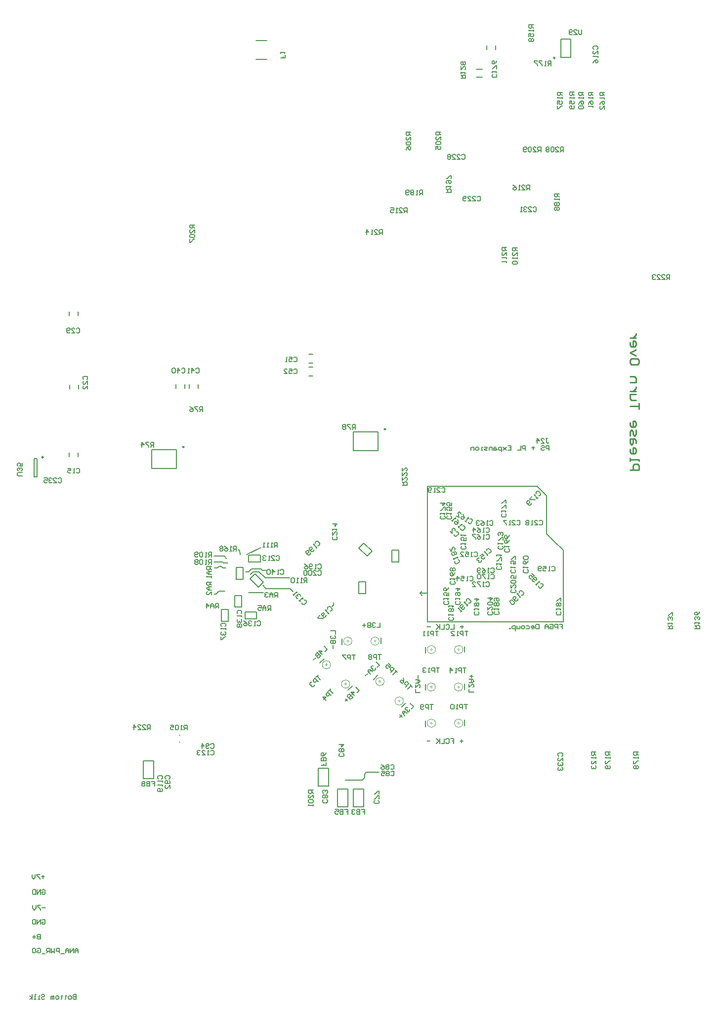
<source format=gbo>
G04 Layer_Color=13813960*
%FSLAX25Y25*%
%MOIN*%
G70*
G01*
G75*
%ADD138C,0.01000*%
%ADD142C,0.00600*%
%ADD144C,0.00800*%
%ADD244C,0.00984*%
%ADD245C,0.00400*%
%ADD249C,0.00591*%
%ADD250C,0.00787*%
D138*
X470905Y431496D02*
X476904D01*
Y434495D01*
X475904Y435495D01*
X473905D01*
X472905Y434495D01*
Y431496D01*
X470905Y437494D02*
Y439494D01*
Y438494D01*
X476904D01*
Y437494D01*
X470905Y445492D02*
Y443492D01*
X471905Y442492D01*
X473905D01*
X474904Y443492D01*
Y445492D01*
X473905Y446491D01*
X472905D01*
Y442492D01*
X474904Y449490D02*
Y451490D01*
X473905Y452489D01*
X470905D01*
Y449490D01*
X471905Y448491D01*
X472905Y449490D01*
Y452489D01*
X470905Y454489D02*
Y457488D01*
X471905Y458487D01*
X472905Y457488D01*
Y455488D01*
X473905Y454489D01*
X474904Y455488D01*
Y458487D01*
X470905Y463486D02*
Y461486D01*
X471905Y460487D01*
X473905D01*
X474904Y461486D01*
Y463486D01*
X473905Y464485D01*
X472905D01*
Y460487D01*
X476904Y472483D02*
Y476481D01*
Y474482D01*
X470905D01*
X474904Y478481D02*
X471905D01*
X470905Y479481D01*
Y482480D01*
X474904D01*
Y484479D02*
X470905D01*
X472905D01*
X473905Y485479D01*
X474904Y486478D01*
Y487478D01*
X470905Y490477D02*
X474904D01*
Y493476D01*
X473905Y494476D01*
X470905D01*
X476904Y505472D02*
Y503473D01*
X475904Y502473D01*
X471905D01*
X470905Y503473D01*
Y505472D01*
X471905Y506472D01*
X475904D01*
X476904Y505472D01*
X474904Y508471D02*
X470905Y510470D01*
X474904Y512470D01*
X470905Y517468D02*
Y515469D01*
X471905Y514469D01*
X473905D01*
X474904Y515469D01*
Y517468D01*
X473905Y518468D01*
X472905D01*
Y514469D01*
X474904Y520467D02*
X470905D01*
X472905D01*
X473905Y521467D01*
X474904Y522467D01*
Y523466D01*
D142*
X279046Y222505D02*
X290146D01*
X291846Y224205D01*
Y226606D01*
X292946Y227706D01*
X301646D01*
X241746Y351505D02*
X243746Y349505D01*
X225446Y351505D02*
X241746D01*
X223246Y353706D02*
X225446Y351505D01*
X222846Y363906D02*
X225146D01*
X221946Y364806D02*
X222846Y363906D01*
X214946Y361105D02*
X216746Y362906D01*
X220746D01*
X224946Y358705D01*
X241246D01*
X329246Y348306D02*
X330746Y346806D01*
X329246Y348306D02*
X330746Y349805D01*
X329246Y348306D02*
X334246D01*
X414746Y388506D02*
X419446Y383805D01*
X414746Y388506D02*
Y414206D01*
X425946Y329006D02*
Y332805D01*
Y377306D01*
X419446Y383805D02*
X425946Y377306D01*
X408446Y420506D02*
X414746Y414206D01*
X334246Y420506D02*
X408446D01*
X334246Y329006D02*
X425946D01*
X334246D02*
Y420506D01*
X190146Y373406D02*
X197146D01*
X198646Y371905D01*
X190146Y369406D02*
X196146D01*
X196646Y368905D02*
X199646D01*
X196146Y369406D02*
X196646Y368905D01*
X193521Y366406D02*
X195271D01*
X192521Y365406D02*
X193521Y366406D01*
X190646Y365406D02*
X192521D01*
X195271Y366406D02*
X196271Y365406D01*
X198146D01*
X190146Y347905D02*
X191646D01*
X193646Y349905D01*
X197646D01*
X212446Y374505D02*
X222046Y379105D01*
X213646Y348905D02*
X223646D01*
X215546Y364806D02*
X218746D01*
X213646Y362906D02*
X215546Y364806D01*
X218746D02*
X221946D01*
X211646Y362906D02*
X213646D01*
X207759Y377275D02*
X208046Y374505D01*
X206729Y377770D02*
X207759Y377275D01*
X270046Y339605D02*
X271046Y340605D01*
Y342206D01*
X302373Y328504D02*
Y325306D01*
X300241D01*
X299174Y327971D02*
X298641Y328504D01*
X297575D01*
X297042Y327971D01*
Y327438D01*
X297575Y326905D01*
X298108D01*
X297575D01*
X297042Y326372D01*
Y325839D01*
X297575Y325306D01*
X298641D01*
X299174Y325839D01*
X295975Y328504D02*
Y325306D01*
X294376D01*
X293843Y325839D01*
Y326372D01*
X294376Y326905D01*
X295975D01*
X294376D01*
X293843Y327438D01*
Y327971D01*
X294376Y328504D01*
X295975D01*
X292776Y326905D02*
X290644D01*
X291710Y327971D02*
Y325839D01*
X269047Y323006D02*
X272246D01*
Y320873D01*
X269580Y319807D02*
X269047Y319273D01*
Y318207D01*
X269580Y317674D01*
X270113D01*
X270646Y318207D01*
Y318740D01*
Y318207D01*
X271179Y317674D01*
X271712D01*
X272246Y318207D01*
Y319273D01*
X271712Y319807D01*
X269047Y316608D02*
X272246D01*
Y315008D01*
X271712Y314475D01*
X271179D01*
X270646Y315008D01*
Y316608D01*
Y315008D01*
X270113Y314475D01*
X269580D01*
X269047Y315008D01*
Y316608D01*
X270646Y313409D02*
Y311276D01*
X264484Y312867D02*
X266746Y310606D01*
X265238Y309098D01*
X263353Y307212D02*
X261091Y309474D01*
X263353Y309474D01*
X261845Y307966D01*
X259960Y308344D02*
X262222Y306082D01*
X261091Y304950D01*
X260337D01*
X259960Y305328D01*
Y306082D01*
X261091Y307212D01*
X259960Y306082D01*
X259206D01*
X258829Y306458D01*
Y307212D01*
X259960Y308344D01*
X258829Y304950D02*
X257321Y303443D01*
X286084Y285073D02*
X288346Y282811D01*
X286838Y281303D01*
X284953Y279418D02*
X282691Y281680D01*
X284953Y281680D01*
X283445Y280172D01*
X281560Y280549D02*
X283822Y278287D01*
X282691Y277156D01*
X281937D01*
X281560Y277533D01*
Y278287D01*
X282691Y279418D01*
X281560Y278287D01*
X280806D01*
X280429Y278664D01*
Y279418D01*
X281560Y280549D01*
X280429Y277156D02*
X278921Y275648D01*
Y277156D02*
X280429Y275648D01*
X299584Y302168D02*
X301846Y299905D01*
X300338Y298397D01*
X297699Y299529D02*
X296945Y299529D01*
X296191Y298775D01*
X296191Y298021D01*
X296568Y297643D01*
X297322D01*
X297699Y298021D01*
X297322Y297643D01*
Y296889D01*
X297699Y296513D01*
X298453D01*
X299207Y297267D01*
Y298021D01*
X297322Y295381D02*
X295814Y296889D01*
X294306D01*
Y295381D01*
X295814Y293874D01*
X294683Y295005D01*
X296191Y296513D01*
X293929Y294250D02*
X292421Y292742D01*
X322780Y274237D02*
X325042Y271975D01*
X323534Y270467D01*
X320895Y271599D02*
X320141Y271599D01*
X319387Y270845D01*
X319387Y270091D01*
X319764Y269713D01*
X320518D01*
X320895Y270091D01*
X320518Y269713D01*
Y268959D01*
X320895Y268583D01*
X321649D01*
X322403Y269337D01*
Y270091D01*
X320518Y267452D02*
X319010Y268959D01*
X317502D01*
Y267452D01*
X319010Y265944D01*
X317879Y267074D01*
X319387Y268583D01*
X317125Y266320D02*
X315617Y264812D01*
Y266320D02*
X317125Y264812D01*
X329445Y281505D02*
X326246D01*
Y283638D01*
Y286837D02*
Y284704D01*
X328378Y286837D01*
X328911D01*
X329445Y286304D01*
Y285238D01*
X328911Y284704D01*
X326246Y287903D02*
X328378D01*
X329445Y288970D01*
X328378Y290036D01*
X326246D01*
X327845D01*
Y287903D01*
Y291102D02*
Y293235D01*
X365645Y281805D02*
X362446D01*
Y283938D01*
Y287137D02*
Y285004D01*
X364578Y287137D01*
X365111D01*
X365645Y286604D01*
Y285538D01*
X365111Y285004D01*
X362446Y288204D02*
X364578D01*
X365645Y289270D01*
X364578Y290336D01*
X362446D01*
X364045D01*
Y288204D01*
Y291402D02*
Y293535D01*
X365111Y292469D02*
X362979D01*
X358546Y325805D02*
X356413D01*
X357479Y326871D02*
Y324739D01*
X352148Y327404D02*
Y324205D01*
X350015D01*
X346816Y326871D02*
X347349Y327404D01*
X348416D01*
X348949Y326871D01*
Y324739D01*
X348416Y324205D01*
X347349D01*
X346816Y324739D01*
X345750Y327404D02*
Y324205D01*
X343617D01*
X342551Y327404D02*
Y324205D01*
Y325272D01*
X340418Y327404D01*
X342018Y325805D01*
X340418Y324205D01*
X336153Y325805D02*
X334020D01*
X358446Y248848D02*
X356313D01*
X357379Y249915D02*
Y247782D01*
X349915Y250448D02*
X352048D01*
Y248848D01*
X350981D01*
X352048D01*
Y247249D01*
X346716Y249915D02*
X347249Y250448D01*
X348316D01*
X348849Y249915D01*
Y247782D01*
X348316Y247249D01*
X347249D01*
X346716Y247782D01*
X345650Y250448D02*
Y247249D01*
X343517D01*
X342451Y250448D02*
Y247249D01*
Y248315D01*
X340318Y250448D01*
X341918Y248848D01*
X340318Y247249D01*
X336053Y248848D02*
X333920D01*
X76546Y136505D02*
X74413D01*
X73347Y138104D02*
X71214D01*
Y137571D01*
X73347Y135439D01*
Y134906D01*
X70148Y138104D02*
Y135972D01*
X69081Y134906D01*
X68015Y135972D01*
Y138104D01*
X76046Y157305D02*
X73913D01*
X74979Y158371D02*
Y156239D01*
X72847Y158905D02*
X70714D01*
Y158371D01*
X72847Y156239D01*
Y155705D01*
X69648Y158905D02*
Y156772D01*
X68581Y155705D01*
X67515Y156772D01*
Y158905D01*
X74213Y148271D02*
X74746Y148804D01*
X75813D01*
X76346Y148271D01*
Y146139D01*
X75813Y145606D01*
X74746D01*
X74213Y146139D01*
Y147205D01*
X75279D01*
X73147Y145606D02*
Y148804D01*
X71014Y145606D01*
Y148804D01*
X69948D02*
Y145606D01*
X68348D01*
X67815Y146139D01*
Y148271D01*
X68348Y148804D01*
X69948D01*
X74213Y127971D02*
X74746Y128505D01*
X75813D01*
X76346Y127971D01*
Y125839D01*
X75813Y125305D01*
X74746D01*
X74213Y125839D01*
Y126905D01*
X75279D01*
X73147Y125305D02*
Y128505D01*
X71014Y125305D01*
Y128505D01*
X69948D02*
Y125305D01*
X68348D01*
X67815Y125839D01*
Y127971D01*
X68348Y128505D01*
X69948D01*
X73146Y118505D02*
Y115305D01*
X71546D01*
X71013Y115839D01*
Y116372D01*
X71546Y116905D01*
X73146D01*
X71546D01*
X71013Y117438D01*
Y117971D01*
X71546Y118505D01*
X73146D01*
X69947Y116905D02*
X67814D01*
X68880Y117971D02*
Y115839D01*
X98746Y106006D02*
Y108138D01*
X97679Y109204D01*
X96613Y108138D01*
Y106006D01*
Y107605D01*
X98746D01*
X95547Y106006D02*
Y109204D01*
X93414Y106006D01*
Y109204D01*
X92348Y106006D02*
Y108138D01*
X91281Y109204D01*
X90215Y108138D01*
Y106006D01*
Y107605D01*
X92348D01*
X89149Y105472D02*
X87016D01*
X85950Y106006D02*
Y109204D01*
X84350D01*
X83817Y108671D01*
Y107605D01*
X84350Y107072D01*
X85950D01*
X82751Y109204D02*
Y106006D01*
X81684Y107072D01*
X80618Y106006D01*
Y109204D01*
X79552Y106006D02*
Y109204D01*
X77952D01*
X77419Y108671D01*
Y107605D01*
X77952Y107072D01*
X79552D01*
X78486D02*
X77419Y106006D01*
X76353Y105472D02*
X74220D01*
X71021Y108671D02*
X71554Y109204D01*
X72621D01*
X73154Y108671D01*
Y106539D01*
X72621Y106006D01*
X71554D01*
X71021Y106539D01*
Y107605D01*
X72088D01*
X68355Y109204D02*
X69422D01*
X69955Y108671D01*
Y106539D01*
X69422Y106006D01*
X68355D01*
X67822Y106539D01*
Y108671D01*
X68355Y109204D01*
X423313Y327504D02*
X425446D01*
Y325905D01*
X424379D01*
X425446D01*
Y324306D01*
X422247D02*
Y327504D01*
X420647D01*
X420114Y326971D01*
Y325905D01*
X420647Y325372D01*
X422247D01*
X416915Y326971D02*
X417448Y327504D01*
X418515D01*
X419048Y326971D01*
Y324839D01*
X418515Y324306D01*
X417448D01*
X416915Y324839D01*
Y325905D01*
X417981D01*
X415849Y324306D02*
Y326438D01*
X414782Y327504D01*
X413716Y326438D01*
Y324306D01*
Y325905D01*
X415849D01*
X409451Y327504D02*
Y324306D01*
X407851D01*
X407318Y324839D01*
Y326971D01*
X407851Y327504D01*
X409451D01*
X404652Y324306D02*
X405719D01*
X406252Y324839D01*
Y325905D01*
X405719Y326438D01*
X404652D01*
X404119Y325905D01*
Y325372D01*
X406252D01*
X400920Y326438D02*
X402520D01*
X403053Y325905D01*
Y324839D01*
X402520Y324306D01*
X400920D01*
X399321D02*
X398254D01*
X397721Y324839D01*
Y325905D01*
X398254Y326438D01*
X399321D01*
X399854Y325905D01*
Y324839D01*
X399321Y324306D01*
X396655Y326438D02*
Y324839D01*
X396122Y324306D01*
X394522D01*
Y326438D01*
X393456Y323239D02*
Y326438D01*
X391857D01*
X391323Y325905D01*
Y324839D01*
X391857Y324306D01*
X393456D01*
X390257D02*
Y324839D01*
X389724D01*
Y324306D01*
X390257D01*
X97322Y78057D02*
Y74858D01*
X95723D01*
X95189Y75391D01*
Y75925D01*
X95723Y76458D01*
X97322D01*
X95723D01*
X95189Y76991D01*
Y77524D01*
X95723Y78057D01*
X97322D01*
X93590Y74858D02*
X92524D01*
X91990Y75391D01*
Y76458D01*
X92524Y76991D01*
X93590D01*
X94123Y76458D01*
Y75391D01*
X93590Y74858D01*
X90391Y77524D02*
Y76991D01*
X90924D01*
X89858D01*
X90391D01*
Y75391D01*
X89858Y74858D01*
X87725Y77524D02*
Y76991D01*
X88258D01*
X87192D01*
X87725D01*
Y75391D01*
X87192Y74858D01*
X85059D02*
X83993D01*
X83460Y75391D01*
Y76458D01*
X83993Y76991D01*
X85059D01*
X85593Y76458D01*
Y75391D01*
X85059Y74858D01*
X82393D02*
Y76991D01*
X81860D01*
X81327Y76458D01*
Y74858D01*
Y76458D01*
X80794Y76991D01*
X80261Y76458D01*
Y74858D01*
X73863Y77524D02*
X74396Y78057D01*
X75462D01*
X75996Y77524D01*
Y76991D01*
X75462Y76458D01*
X74396D01*
X73863Y75925D01*
Y75391D01*
X74396Y74858D01*
X75462D01*
X75996Y75391D01*
X72797Y74858D02*
X71730D01*
X72263D01*
Y76991D01*
X72797D01*
X70131Y74858D02*
X69064D01*
X69598D01*
Y78057D01*
X70131D01*
X67465Y74858D02*
Y78057D01*
Y75925D02*
X65865Y76991D01*
X67465Y75925D02*
X65865Y74858D01*
X416351Y444699D02*
Y447898D01*
X414752D01*
X414219Y447365D01*
Y446299D01*
X414752Y445765D01*
X416351D01*
X411020Y447365D02*
X411553Y447898D01*
X412619D01*
X413152Y447365D01*
Y446832D01*
X412619Y446299D01*
X411553D01*
X411020Y445765D01*
Y445232D01*
X411553Y444699D01*
X412619D01*
X413152Y445232D01*
X406754Y446299D02*
X404622D01*
X405688Y447365D02*
Y445232D01*
X400356Y444699D02*
Y447898D01*
X398757D01*
X398224Y447365D01*
Y446299D01*
X398757Y445765D01*
X400356D01*
X397157Y447898D02*
Y444699D01*
X395025D01*
X388627Y447898D02*
X390759D01*
Y444699D01*
X388627D01*
X390759Y446299D02*
X389693D01*
X387560Y446832D02*
X385428Y444699D01*
X386494Y445765D01*
X385428Y446832D01*
X387560Y444699D01*
X384362Y443633D02*
Y446832D01*
X382762D01*
X382229Y446299D01*
Y445232D01*
X382762Y444699D01*
X384362D01*
X380629Y446832D02*
X379563D01*
X379030Y446299D01*
Y444699D01*
X380629D01*
X381163Y445232D01*
X380629Y445765D01*
X379030D01*
X377963Y444699D02*
Y446832D01*
X376364D01*
X375831Y446299D01*
Y444699D01*
X374765D02*
X373165D01*
X372632Y445232D01*
X373165Y445765D01*
X374231D01*
X374765Y446299D01*
X374231Y446832D01*
X372632D01*
X371566Y444699D02*
X370499D01*
X371032D01*
Y446832D01*
X371566D01*
X368367Y444699D02*
X367300D01*
X366767Y445232D01*
Y446299D01*
X367300Y446832D01*
X368367D01*
X368900Y446299D01*
Y445232D01*
X368367Y444699D01*
X365701D02*
Y446832D01*
X364101D01*
X363568Y446299D01*
Y444699D01*
X403246Y620106D02*
Y623305D01*
X401646D01*
X401113Y622771D01*
Y621705D01*
X401646Y621172D01*
X403246D01*
X402179D02*
X401113Y620106D01*
X397914D02*
X400047D01*
X397914Y622238D01*
Y622771D01*
X398447Y623305D01*
X399514D01*
X400047Y622771D01*
X396848Y620106D02*
X395781D01*
X396315D01*
Y623305D01*
X396848Y622771D01*
X392049Y623305D02*
X393116Y622771D01*
X394182Y621705D01*
Y620639D01*
X393649Y620106D01*
X392582D01*
X392049Y620639D01*
Y621172D01*
X392582Y621705D01*
X394182D01*
X405613Y608171D02*
X406146Y608705D01*
X407212D01*
X407746Y608171D01*
Y606039D01*
X407212Y605506D01*
X406146D01*
X405613Y606039D01*
X402414Y605506D02*
X404547D01*
X402414Y607638D01*
Y608171D01*
X402947Y608705D01*
X404013D01*
X404547Y608171D01*
X401348D02*
X400815Y608705D01*
X399748D01*
X399215Y608171D01*
Y607638D01*
X399748Y607105D01*
X400281D01*
X399748D01*
X399215Y606572D01*
Y606039D01*
X399748Y605506D01*
X400815D01*
X401348Y606039D01*
X398149Y605506D02*
X397082D01*
X397616D01*
Y608705D01*
X398149Y608171D01*
X367913Y615371D02*
X368446Y615905D01*
X369513D01*
X370046Y615371D01*
Y613239D01*
X369513Y612706D01*
X368446D01*
X367913Y613239D01*
X364714Y612706D02*
X366847D01*
X364714Y614838D01*
Y615371D01*
X365247Y615905D01*
X366314D01*
X366847Y615371D01*
X361515Y612706D02*
X363648D01*
X361515Y614838D01*
Y615371D01*
X362048Y615905D01*
X363115D01*
X363648Y615371D01*
X360449Y613239D02*
X359916Y612706D01*
X358849D01*
X358316Y613239D01*
Y615371D01*
X358849Y615905D01*
X359916D01*
X360449Y615371D01*
Y614838D01*
X359916Y614305D01*
X358316D01*
X357413Y643471D02*
X357946Y644004D01*
X359013D01*
X359546Y643471D01*
Y641339D01*
X359013Y640805D01*
X357946D01*
X357413Y641339D01*
X354214Y640805D02*
X356347D01*
X354214Y642938D01*
Y643471D01*
X354747Y644004D01*
X355814D01*
X356347Y643471D01*
X351015Y640805D02*
X353148D01*
X351015Y642938D01*
Y643471D01*
X351548Y644004D01*
X352615D01*
X353148Y643471D01*
X349949D02*
X349416Y644004D01*
X348349D01*
X347816Y643471D01*
Y642938D01*
X348349Y642405D01*
X347816Y641872D01*
Y641339D01*
X348349Y640805D01*
X349416D01*
X349949Y641339D01*
Y641872D01*
X349416Y642405D01*
X349949Y642938D01*
Y643471D01*
X349416Y642405D02*
X348349D01*
X387746Y581306D02*
X384547D01*
Y579706D01*
X385080Y579173D01*
X386146D01*
X386679Y579706D01*
Y581306D01*
Y580239D02*
X387746Y579173D01*
Y575974D02*
Y578106D01*
X385613Y575974D01*
X385080D01*
X384547Y576507D01*
Y577573D01*
X385080Y578106D01*
X387746Y574908D02*
Y573841D01*
Y574374D01*
X384547D01*
X385080Y574908D01*
X387746Y572242D02*
Y571175D01*
Y571709D01*
X384547D01*
X385080Y572242D01*
X394846Y581206D02*
X391647D01*
Y579606D01*
X392180Y579073D01*
X393246D01*
X393779Y579606D01*
Y581206D01*
Y580139D02*
X394846Y579073D01*
Y575874D02*
Y578007D01*
X392713Y575874D01*
X392180D01*
X391647Y576407D01*
Y577473D01*
X392180Y578007D01*
X394846Y574808D02*
Y573741D01*
Y574274D01*
X391647D01*
X392180Y574808D01*
Y572142D02*
X391647Y571609D01*
Y570542D01*
X392180Y570009D01*
X394313D01*
X394846Y570542D01*
Y571609D01*
X394313Y572142D01*
X392180D01*
X410846Y645806D02*
Y649005D01*
X409246D01*
X408713Y648471D01*
Y647405D01*
X409246Y646872D01*
X410846D01*
X409779D02*
X408713Y645806D01*
X405514D02*
X407647D01*
X405514Y647938D01*
Y648471D01*
X406047Y649005D01*
X407114D01*
X407647Y648471D01*
X404448D02*
X403915Y649005D01*
X402848D01*
X402315Y648471D01*
Y646339D01*
X402848Y645806D01*
X403915D01*
X404448Y646339D01*
Y648471D01*
X401249Y646339D02*
X400716Y645806D01*
X399649D01*
X399116Y646339D01*
Y648471D01*
X399649Y649005D01*
X400716D01*
X401249Y648471D01*
Y647938D01*
X400716Y647405D01*
X399116D01*
X426046Y645806D02*
Y649005D01*
X424446D01*
X423913Y648471D01*
Y647405D01*
X424446Y646872D01*
X426046D01*
X424979D02*
X423913Y645806D01*
X420714D02*
X422847D01*
X420714Y647938D01*
Y648471D01*
X421247Y649005D01*
X422313D01*
X422847Y648471D01*
X419648D02*
X419115Y649005D01*
X418048D01*
X417515Y648471D01*
Y646339D01*
X418048Y645806D01*
X419115D01*
X419648Y646339D01*
Y648471D01*
X416449D02*
X415916Y649005D01*
X414849D01*
X414316Y648471D01*
Y647938D01*
X414849Y647405D01*
X414316Y646872D01*
Y646339D01*
X414849Y645806D01*
X415916D01*
X416449Y646339D01*
Y646872D01*
X415916Y647405D01*
X416449Y647938D01*
Y648471D01*
X415916Y647405D02*
X414849D01*
X177146Y596605D02*
X173947D01*
Y595006D01*
X174480Y594473D01*
X175546D01*
X176079Y595006D01*
Y596605D01*
Y595539D02*
X177146Y594473D01*
Y591274D02*
Y593406D01*
X175013Y591274D01*
X174480D01*
X173947Y591807D01*
Y592873D01*
X174480Y593406D01*
Y590208D02*
X173947Y589674D01*
Y588608D01*
X174480Y588075D01*
X176612D01*
X177146Y588608D01*
Y589674D01*
X176612Y590208D01*
X174480D01*
X173947Y587009D02*
Y584876D01*
X174480D01*
X176612Y587009D01*
X177146D01*
X257246Y215705D02*
X254047D01*
Y214106D01*
X254580Y213573D01*
X255646D01*
X256179Y214106D01*
Y215705D01*
Y214639D02*
X257246Y213573D01*
Y210374D02*
Y212507D01*
X255113Y210374D01*
X254580D01*
X254047Y210907D01*
Y211973D01*
X254580Y212507D01*
Y209308D02*
X254047Y208774D01*
Y207708D01*
X254580Y207175D01*
X256713D01*
X257246Y207708D01*
Y208774D01*
X256713Y209308D01*
X254580D01*
X257246Y206109D02*
Y205042D01*
Y205575D01*
X254047D01*
X254580Y206109D01*
X417646Y703905D02*
Y707104D01*
X416046D01*
X415513Y706571D01*
Y705505D01*
X416046Y704972D01*
X417646D01*
X416579D02*
X415513Y703905D01*
X414447D02*
X413380D01*
X413913D01*
Y707104D01*
X414447Y706571D01*
X411781Y707104D02*
X409648D01*
Y706571D01*
X411781Y704439D01*
Y703905D01*
X408582Y707104D02*
X406449D01*
Y706571D01*
X408582Y704439D01*
Y703905D01*
X343967Y418971D02*
X344500Y419504D01*
X345566D01*
X346100Y418971D01*
Y416839D01*
X345566Y416305D01*
X344500D01*
X343967Y416839D01*
X340768Y416305D02*
X342901D01*
X340768Y418438D01*
Y418971D01*
X341301Y419504D01*
X342368D01*
X342901Y418971D01*
X339702Y416305D02*
X338635D01*
X339169D01*
Y419504D01*
X339702Y418971D01*
X337036Y416839D02*
X336503Y416305D01*
X335436D01*
X334903Y416839D01*
Y418971D01*
X335436Y419504D01*
X336503D01*
X337036Y418971D01*
Y418438D01*
X336503Y417905D01*
X334903D01*
X409713Y396971D02*
X410246Y397504D01*
X411312D01*
X411846Y396971D01*
Y394839D01*
X411312Y394305D01*
X410246D01*
X409713Y394839D01*
X406514Y394305D02*
X408647D01*
X406514Y396438D01*
Y396971D01*
X407047Y397504D01*
X408113D01*
X408647Y396971D01*
X405448Y394305D02*
X404381D01*
X404915D01*
Y397504D01*
X405448Y396971D01*
X402782D02*
X402249Y397504D01*
X401182D01*
X400649Y396971D01*
Y396438D01*
X401182Y395905D01*
X400649Y395372D01*
Y394839D01*
X401182Y394305D01*
X402249D01*
X402782Y394839D01*
Y395372D01*
X402249Y395905D01*
X402782Y396438D01*
Y396971D01*
X402249Y395905D02*
X401182D01*
X394613Y396971D02*
X395146Y397504D01*
X396213D01*
X396746Y396971D01*
Y394839D01*
X396213Y394305D01*
X395146D01*
X394613Y394839D01*
X391414Y394305D02*
X393547D01*
X391414Y396438D01*
Y396971D01*
X391947Y397504D01*
X393014D01*
X393547Y396971D01*
X390348Y394305D02*
X389281D01*
X389815D01*
Y397504D01*
X390348Y396971D01*
X387682Y397504D02*
X385549D01*
Y396971D01*
X387682Y394839D01*
Y394305D01*
X341646Y322904D02*
X339513D01*
X340579D01*
Y319706D01*
X338447D02*
Y322904D01*
X336847D01*
X336314Y322371D01*
Y321305D01*
X336847Y320772D01*
X338447D01*
X335248Y319706D02*
X334181D01*
X334715D01*
Y322904D01*
X335248Y322371D01*
X332582Y319706D02*
X331516D01*
X332049D01*
Y322904D01*
X332582Y322371D01*
X410723Y354899D02*
X411477Y354899D01*
X412231Y354145D01*
Y353391D01*
X410723Y351883D01*
X409969D01*
X409215Y352637D01*
Y353391D01*
X408084Y353767D02*
X407330Y354521D01*
X407707Y354145D01*
X409969Y356406D01*
X409969Y355652D01*
X406576Y356030D02*
X405822D01*
X405068Y356784D01*
Y357538D01*
X406576Y359046D01*
X407330Y359046D01*
X408084Y358292D01*
Y357538D01*
X407707Y357160D01*
X406953D01*
X405822Y358292D01*
X404691Y361685D02*
X406199Y360177D01*
X405068Y359046D01*
X404691Y360176D01*
X404314Y360554D01*
X403560D01*
X402806Y359800D01*
Y359046D01*
X403560Y358292D01*
X404314D01*
X376313Y396771D02*
X376846Y397305D01*
X377912D01*
X378446Y396771D01*
Y394639D01*
X377912Y394106D01*
X376846D01*
X376313Y394639D01*
X375247Y394106D02*
X374180D01*
X374713D01*
Y397305D01*
X375247Y396771D01*
X370448Y397305D02*
X371515Y396771D01*
X372581Y395705D01*
Y394639D01*
X372048Y394106D01*
X370981D01*
X370448Y394639D01*
Y395172D01*
X370981Y395705D01*
X372581D01*
X369382Y396771D02*
X368849Y397305D01*
X367782D01*
X367249Y396771D01*
Y396238D01*
X367782Y395705D01*
X368316D01*
X367782D01*
X367249Y395172D01*
Y394639D01*
X367782Y394106D01*
X368849D01*
X369382Y394639D01*
X348011Y343038D02*
X348545Y342505D01*
Y341439D01*
X348011Y340905D01*
X345879D01*
X345346Y341439D01*
Y342505D01*
X345879Y343038D01*
X345346Y344105D02*
Y345171D01*
Y344638D01*
X348545D01*
X348011Y344105D01*
X348545Y348903D02*
Y346770D01*
X346945D01*
X347478Y347837D01*
Y348370D01*
X346945Y348903D01*
X345879D01*
X345346Y348370D01*
Y347303D01*
X345879Y346770D01*
X348545Y352102D02*
X348011Y351036D01*
X346945Y349969D01*
X345879D01*
X345346Y350502D01*
Y351569D01*
X345879Y352102D01*
X346412D01*
X346945Y351569D01*
Y349969D01*
X446480Y714873D02*
X445947Y715406D01*
Y716472D01*
X446480Y717005D01*
X448612D01*
X449146Y716472D01*
Y715406D01*
X448612Y714873D01*
X449146Y711674D02*
Y713806D01*
X447013Y711674D01*
X446480D01*
X445947Y712207D01*
Y713273D01*
X446480Y713806D01*
X449146Y710608D02*
Y709541D01*
Y710074D01*
X445947D01*
X446480Y710608D01*
X445947Y705809D02*
X446480Y706876D01*
X447546Y707942D01*
X448612D01*
X449146Y707409D01*
Y706342D01*
X448612Y705809D01*
X448079D01*
X447546Y706342D01*
Y707942D01*
X251123Y343798D02*
X251877Y343798D01*
X252631Y343044D01*
Y342290D01*
X251123Y340782D01*
X250369D01*
X249615Y341536D01*
Y342290D01*
X248484Y342668D02*
X247730Y343422D01*
X248107Y343044D01*
X250369Y345306D01*
X250369Y344552D01*
X248484Y346438D02*
Y347192D01*
X247730Y347946D01*
X246976Y347945D01*
X246599Y347568D01*
Y346814D01*
X246976Y346438D01*
X246599Y346814D01*
X245845D01*
X245468Y346438D01*
Y345684D01*
X246222Y344930D01*
X246976D01*
X244337Y346814D02*
X243583Y347568D01*
X243960Y347192D01*
X246222Y349454D01*
X246222Y348699D01*
X382012Y336138D02*
X382545Y335605D01*
Y334539D01*
X382012Y334005D01*
X379879D01*
X379346Y334539D01*
Y335605D01*
X379879Y336138D01*
X379346Y337205D02*
Y338271D01*
Y337738D01*
X382545D01*
X382012Y337205D01*
Y339870D02*
X382545Y340403D01*
Y341470D01*
X382012Y342003D01*
X381478D01*
X380945Y341470D01*
X380412Y342003D01*
X379879D01*
X379346Y341470D01*
Y340403D01*
X379879Y339870D01*
X380412D01*
X380945Y340403D01*
X381478Y339870D01*
X382012D01*
X380945Y340403D02*
Y341470D01*
X379879Y343069D02*
X379346Y343602D01*
Y344669D01*
X379879Y345202D01*
X382012D01*
X382545Y344669D01*
Y343602D01*
X382012Y343069D01*
X381478D01*
X380945Y343602D01*
Y345202D01*
X423811Y336038D02*
X424345Y335505D01*
Y334439D01*
X423811Y333906D01*
X421679D01*
X421146Y334439D01*
Y335505D01*
X421679Y336038D01*
X421146Y337105D02*
Y338171D01*
Y337638D01*
X424345D01*
X423811Y337105D01*
Y339770D02*
X424345Y340303D01*
Y341370D01*
X423811Y341903D01*
X423278D01*
X422745Y341370D01*
X422212Y341903D01*
X421679D01*
X421146Y341370D01*
Y340303D01*
X421679Y339770D01*
X422212D01*
X422745Y340303D01*
X423278Y339770D01*
X423811D01*
X422745Y340303D02*
Y341370D01*
X424345Y342969D02*
Y345102D01*
X423811D01*
X421679Y342969D01*
X421146D01*
X368512Y336038D02*
X369045Y335505D01*
Y334439D01*
X368512Y333906D01*
X366379D01*
X365846Y334439D01*
Y335505D01*
X366379Y336038D01*
X365846Y337105D02*
Y338171D01*
Y337638D01*
X369045D01*
X368512Y337105D01*
Y339770D02*
X369045Y340303D01*
Y341370D01*
X368512Y341903D01*
X367978D01*
X367445Y341370D01*
X366912Y341903D01*
X366379D01*
X365846Y341370D01*
Y340303D01*
X366379Y339770D01*
X366912D01*
X367445Y340303D01*
X367978Y339770D01*
X368512D01*
X367445Y340303D02*
Y341370D01*
X365846Y344569D02*
X369045D01*
X367445Y342969D01*
Y345102D01*
X355021Y371021D02*
X355705Y370703D01*
X356069Y369701D01*
X355751Y369017D01*
X353747Y368288D01*
X353063Y368606D01*
X352699Y369608D01*
X353017Y370292D01*
X352151Y371112D02*
X351787Y372114D01*
X351969Y371613D01*
X354975Y372707D01*
X354657Y372023D01*
X353745Y374528D02*
X354064Y375212D01*
X353699Y376214D01*
X353015Y376532D01*
X352514Y376350D01*
X352196Y375667D01*
X351512Y375985D01*
X351011Y375803D01*
X350693Y375120D01*
X351057Y374118D01*
X351741Y373799D01*
X352242Y373981D01*
X352560Y374665D01*
X353244Y374346D01*
X353745Y374528D01*
X352560Y374665D02*
X352196Y375667D01*
X349416Y378627D02*
X350146Y376623D01*
X351420Y379356D01*
X351921Y379538D01*
X352605Y379220D01*
X352969Y378218D01*
X352651Y377534D01*
X351412Y332238D02*
X351945Y331705D01*
Y330639D01*
X351412Y330105D01*
X349279D01*
X348746Y330639D01*
Y331705D01*
X349279Y332238D01*
X348746Y333305D02*
Y334371D01*
Y333838D01*
X351945D01*
X351412Y333305D01*
Y335970D02*
X351945Y336503D01*
Y337570D01*
X351412Y338103D01*
X350878D01*
X350345Y337570D01*
X349812Y338103D01*
X349279D01*
X348746Y337570D01*
Y336503D01*
X349279Y335970D01*
X349812D01*
X350345Y336503D01*
X350878Y335970D01*
X351412D01*
X350345Y336503D02*
Y337570D01*
X348746Y339169D02*
Y340236D01*
Y339702D01*
X351945D01*
X351412Y339169D01*
X407653Y415583D02*
X407653Y416336D01*
X408407Y417091D01*
X409161D01*
X410669Y415583D01*
Y414828D01*
X409915Y414075D01*
X409161D01*
X408784Y412944D02*
X408030Y412189D01*
X408407Y412567D01*
X406145Y414828D01*
X406899Y414828D01*
X404637Y413320D02*
X403129Y411812D01*
X403506Y411436D01*
X406522D01*
X406899Y411059D01*
X404260Y409173D02*
Y408420D01*
X403506Y407665D01*
X402752D01*
X401244Y409173D01*
X401244Y409928D01*
X401998Y410681D01*
X402752Y410681D01*
X403129Y410304D01*
Y409551D01*
X401998Y408420D01*
X386912Y402038D02*
X387445Y401505D01*
Y400439D01*
X386912Y399905D01*
X384779D01*
X384246Y400439D01*
Y401505D01*
X384779Y402038D01*
X384246Y403104D02*
Y404171D01*
Y403638D01*
X387445D01*
X386912Y403104D01*
X387445Y405770D02*
Y407903D01*
X386912D01*
X384779Y405770D01*
X384246D01*
X387445Y408969D02*
Y411102D01*
X386912D01*
X384779Y408969D01*
X384246D01*
X380511Y698138D02*
X381045Y697605D01*
Y696539D01*
X380511Y696005D01*
X378379D01*
X377846Y696539D01*
Y697605D01*
X378379Y698138D01*
X377846Y699204D02*
Y700271D01*
Y699738D01*
X381045D01*
X380511Y699204D01*
X381045Y701870D02*
Y704003D01*
X380511D01*
X378379Y701870D01*
X377846D01*
X381045Y707202D02*
X380511Y706136D01*
X379445Y705069D01*
X378379D01*
X377846Y705602D01*
Y706669D01*
X378379Y707202D01*
X378912D01*
X379445Y706669D01*
Y705069D01*
X345711Y400438D02*
X346245Y399905D01*
Y398839D01*
X345711Y398306D01*
X343579D01*
X343046Y398839D01*
Y399905D01*
X343579Y400438D01*
X343046Y401505D02*
Y402571D01*
Y402038D01*
X346245D01*
X345711Y401505D01*
X346245Y404170D02*
Y406303D01*
X345711D01*
X343579Y404170D01*
X343046D01*
Y408969D02*
X346245D01*
X344645Y407369D01*
Y409502D01*
X384612Y380238D02*
X385145Y379705D01*
Y378639D01*
X384612Y378105D01*
X382479D01*
X381946Y378639D01*
Y379705D01*
X382479Y380238D01*
X381946Y381305D02*
Y382371D01*
Y381838D01*
X385145D01*
X384612Y381305D01*
X385145Y383970D02*
Y386103D01*
X384612D01*
X382479Y383970D01*
X381946D01*
X384612Y387169D02*
X385145Y387702D01*
Y388769D01*
X384612Y389302D01*
X384078D01*
X383545Y388769D01*
Y388236D01*
Y388769D01*
X383012Y389302D01*
X382479D01*
X381946Y388769D01*
Y387702D01*
X382479Y387169D01*
X373713Y355571D02*
X374246Y356104D01*
X375312D01*
X375846Y355571D01*
Y353439D01*
X375312Y352906D01*
X374246D01*
X373713Y353439D01*
X372647Y352906D02*
X371580D01*
X372113D01*
Y356104D01*
X372647Y355571D01*
X369981Y356104D02*
X367848D01*
Y355571D01*
X369981Y353439D01*
Y352906D01*
X364649D02*
X366782D01*
X364649Y355038D01*
Y355571D01*
X365182Y356104D01*
X366249D01*
X366782Y355571D01*
X383712Y366538D02*
X384245Y366005D01*
Y364939D01*
X383712Y364405D01*
X381579D01*
X381046Y364939D01*
Y366005D01*
X381579Y366538D01*
X381046Y367604D02*
Y368671D01*
Y368138D01*
X384245D01*
X383712Y367604D01*
X384245Y370270D02*
Y372403D01*
X383712D01*
X381579Y370270D01*
X381046D01*
Y373469D02*
Y374536D01*
Y374002D01*
X384245D01*
X383712Y373469D01*
X377113Y360671D02*
X377646Y361205D01*
X378713D01*
X379246Y360671D01*
Y358539D01*
X378713Y358005D01*
X377646D01*
X377113Y358539D01*
X376047Y358005D02*
X374980D01*
X375514D01*
Y361205D01*
X376047Y360671D01*
X373381Y361205D02*
X371248D01*
Y360671D01*
X373381Y358539D01*
Y358005D01*
X370182Y360671D02*
X369649Y361205D01*
X368582D01*
X368049Y360671D01*
Y358539D01*
X368582Y358005D01*
X369649D01*
X370182Y358539D01*
Y360671D01*
X377013Y364871D02*
X377546Y365405D01*
X378612D01*
X379146Y364871D01*
Y362739D01*
X378612Y362206D01*
X377546D01*
X377013Y362739D01*
X375947Y362206D02*
X374880D01*
X375413D01*
Y365405D01*
X375947Y364871D01*
X371148Y365405D02*
X372215Y364871D01*
X373281Y363805D01*
Y362739D01*
X372748Y362206D01*
X371681D01*
X371148Y362739D01*
Y363272D01*
X371681Y363805D01*
X373281D01*
X370082Y362739D02*
X369549Y362206D01*
X368482D01*
X367949Y362739D01*
Y364871D01*
X368482Y365405D01*
X369549D01*
X370082Y364871D01*
Y364338D01*
X369549Y363805D01*
X367949D01*
X352311Y356438D02*
X352845Y355905D01*
Y354839D01*
X352311Y354306D01*
X350179D01*
X349646Y354839D01*
Y355905D01*
X350179Y356438D01*
X349646Y357505D02*
Y358571D01*
Y358038D01*
X352845D01*
X352311Y357505D01*
X352845Y362303D02*
X352311Y361237D01*
X351245Y360170D01*
X350179D01*
X349646Y360703D01*
Y361770D01*
X350179Y362303D01*
X350712D01*
X351245Y361770D01*
Y360170D01*
X352311Y363369D02*
X352845Y363902D01*
Y364969D01*
X352311Y365502D01*
X351778D01*
X351245Y364969D01*
X350712Y365502D01*
X350179D01*
X349646Y364969D01*
Y363902D01*
X350179Y363369D01*
X350712D01*
X351245Y363902D01*
X351778Y363369D01*
X352311D01*
X351245Y363902D02*
Y364969D01*
X373813Y387571D02*
X374346Y388105D01*
X375413D01*
X375946Y387571D01*
Y385439D01*
X375413Y384906D01*
X374346D01*
X373813Y385439D01*
X372747Y384906D02*
X371680D01*
X372214D01*
Y388105D01*
X372747Y387571D01*
X367948Y388105D02*
X369015Y387571D01*
X370081Y386505D01*
Y385439D01*
X369548Y384906D01*
X368481D01*
X367948Y385439D01*
Y385972D01*
X368481Y386505D01*
X370081D01*
X366882Y388105D02*
X364749D01*
Y387571D01*
X366882Y385439D01*
Y384906D01*
X389111Y378338D02*
X389645Y377805D01*
Y376739D01*
X389111Y376205D01*
X386979D01*
X386446Y376739D01*
Y377805D01*
X386979Y378338D01*
X386446Y379404D02*
Y380471D01*
Y379938D01*
X389645D01*
X389111Y379404D01*
X389645Y384203D02*
X389111Y383137D01*
X388045Y382070D01*
X386979D01*
X386446Y382603D01*
Y383670D01*
X386979Y384203D01*
X387512D01*
X388045Y383670D01*
Y382070D01*
X389645Y387402D02*
X389111Y386336D01*
X388045Y385269D01*
X386979D01*
X386446Y385802D01*
Y386869D01*
X386979Y387402D01*
X387512D01*
X388045Y386869D01*
Y385269D01*
X373813Y392071D02*
X374346Y392604D01*
X375413D01*
X375946Y392071D01*
Y389939D01*
X375413Y389405D01*
X374346D01*
X373813Y389939D01*
X372747Y389405D02*
X371680D01*
X372214D01*
Y392604D01*
X372747Y392071D01*
X367948Y392604D02*
X369015Y392071D01*
X370081Y391005D01*
Y389939D01*
X369548Y389405D01*
X368481D01*
X367948Y389939D01*
Y390472D01*
X368481Y391005D01*
X370081D01*
X365282Y389405D02*
Y392604D01*
X366882Y391005D01*
X364749D01*
X362932Y398380D02*
X363660Y398576D01*
X364583Y398042D01*
X364779Y397314D01*
X363712Y395467D01*
X362984Y395272D01*
X362060Y395805D01*
X361865Y396534D01*
X360675Y396605D02*
X359752Y397138D01*
X360213Y396872D01*
X361813Y399642D01*
X362008Y398914D01*
X358119Y401775D02*
X358776Y400780D01*
X359166Y399323D01*
X358633Y398400D01*
X357905Y398204D01*
X356981Y398738D01*
X356786Y399466D01*
X357053Y399928D01*
X357781Y400123D01*
X359166Y399323D01*
X353749Y400604D02*
X355596Y399537D01*
X354816Y402451D01*
X355082Y402912D01*
X355810Y403108D01*
X356734Y402574D01*
X356929Y401846D01*
X358223Y393699D02*
X358977Y393699D01*
X359731Y392945D01*
Y392191D01*
X358223Y390683D01*
X357469D01*
X356715Y391437D01*
Y392191D01*
X355584Y392567D02*
X354830Y393321D01*
X355207Y392945D01*
X357469Y395206D01*
X357469Y394453D01*
X354453Y398223D02*
X354830Y397092D01*
Y395584D01*
X354076Y394830D01*
X353322D01*
X352568Y395584D01*
Y396338D01*
X352945Y396714D01*
X353699D01*
X354830Y395584D01*
X351437Y396714D02*
X350683Y397468D01*
X351060Y397092D01*
X353322Y399354D01*
X353322Y398600D01*
X401712Y364338D02*
X402245Y363805D01*
Y362739D01*
X401712Y362206D01*
X399579D01*
X399046Y362739D01*
Y363805D01*
X399579Y364338D01*
X399046Y365405D02*
Y366471D01*
Y365938D01*
X402245D01*
X401712Y365405D01*
X402245Y370203D02*
X401712Y369137D01*
X400645Y368070D01*
X399579D01*
X399046Y368603D01*
Y369670D01*
X399579Y370203D01*
X400112D01*
X400645Y369670D01*
Y368070D01*
X401712Y371269D02*
X402245Y371802D01*
Y372869D01*
X401712Y373402D01*
X399579D01*
X399046Y372869D01*
Y371802D01*
X399579Y371269D01*
X401712D01*
X418113Y366071D02*
X418646Y366604D01*
X419712D01*
X420246Y366071D01*
Y363939D01*
X419712Y363405D01*
X418646D01*
X418113Y363939D01*
X417047Y363405D02*
X415980D01*
X416513D01*
Y366604D01*
X417047Y366071D01*
X412248Y366604D02*
X414381D01*
Y365005D01*
X413315Y365538D01*
X412781D01*
X412248Y365005D01*
Y363939D01*
X412781Y363405D01*
X413848D01*
X414381Y363939D01*
X411182D02*
X410649Y363405D01*
X409582D01*
X409049Y363939D01*
Y366071D01*
X409582Y366604D01*
X410649D01*
X411182Y366071D01*
Y365538D01*
X410649Y365005D01*
X409049D01*
X393212Y364338D02*
X393745Y363805D01*
Y362739D01*
X393212Y362206D01*
X391079D01*
X390546Y362739D01*
Y363805D01*
X391079Y364338D01*
X390546Y365405D02*
Y366471D01*
Y365938D01*
X393745D01*
X393212Y365405D01*
X393745Y370203D02*
Y368070D01*
X392145D01*
X392678Y369137D01*
Y369670D01*
X392145Y370203D01*
X391079D01*
X390546Y369670D01*
Y368603D01*
X391079Y368070D01*
X393745Y371269D02*
Y373402D01*
X393212D01*
X391079Y371269D01*
X390546D01*
X350112Y400538D02*
X350645Y400005D01*
Y398939D01*
X350112Y398406D01*
X347979D01*
X347446Y398939D01*
Y400005D01*
X347979Y400538D01*
X347446Y401605D02*
Y402671D01*
Y402138D01*
X350645D01*
X350112Y401605D01*
X350645Y406403D02*
Y404270D01*
X349045D01*
X349578Y405337D01*
Y405870D01*
X349045Y406403D01*
X347979D01*
X347446Y405870D01*
Y404803D01*
X347979Y404270D01*
X350645Y409602D02*
Y407469D01*
X349045D01*
X349578Y408536D01*
Y409069D01*
X349045Y409602D01*
X347979D01*
X347446Y409069D01*
Y408002D01*
X347979Y407469D01*
X362813Y359371D02*
X363346Y359905D01*
X364412D01*
X364946Y359371D01*
Y357239D01*
X364412Y356705D01*
X363346D01*
X362813Y357239D01*
X361747Y356705D02*
X360680D01*
X361213D01*
Y359905D01*
X361747Y359371D01*
X356948Y359905D02*
X359081D01*
Y358305D01*
X358015Y358838D01*
X357481D01*
X356948Y358305D01*
Y357239D01*
X357481Y356705D01*
X358548D01*
X359081Y357239D01*
X354282Y356705D02*
Y359905D01*
X355882Y358305D01*
X353749D01*
X374153Y377082D02*
X374153Y377836D01*
X374907Y378590D01*
X375661D01*
X377169Y377082D01*
Y376328D01*
X376415Y375574D01*
X375661D01*
X375284Y374444D02*
X374530Y373690D01*
X374907Y374066D01*
X372645Y376328D01*
X373399Y376328D01*
X369629Y373312D02*
X371137Y374820D01*
X372268Y373690D01*
X371137Y373312D01*
X370760Y372936D01*
Y372182D01*
X371514Y371427D01*
X372268D01*
X373022Y372182D01*
Y372936D01*
X369252Y372182D02*
X368498Y372182D01*
X367744Y371427D01*
X367744Y370673D01*
X368121Y370297D01*
X368875D01*
X369252Y370673D01*
X368875Y370297D01*
Y369543D01*
X369252Y369165D01*
X370006D01*
X370760Y369919D01*
Y370673D01*
X365713Y375671D02*
X366246Y376204D01*
X367313D01*
X367846Y375671D01*
Y373539D01*
X367313Y373006D01*
X366246D01*
X365713Y373539D01*
X364647Y373006D02*
X363580D01*
X364113D01*
Y376204D01*
X364647Y375671D01*
X359848Y376204D02*
X361981D01*
Y374605D01*
X360915Y375138D01*
X360381D01*
X359848Y374605D01*
Y373539D01*
X360381Y373006D01*
X361448D01*
X361981Y373539D01*
X356649Y373006D02*
X358782D01*
X356649Y375138D01*
Y375671D01*
X357182Y376204D01*
X358249D01*
X358782Y375671D01*
X359612Y380138D02*
X360145Y379605D01*
Y378539D01*
X359612Y378006D01*
X357479D01*
X356946Y378539D01*
Y379605D01*
X357479Y380138D01*
X356946Y381205D02*
Y382271D01*
Y381738D01*
X360145D01*
X359612Y381205D01*
X360145Y386003D02*
Y383870D01*
X358545D01*
X359078Y384937D01*
Y385470D01*
X358545Y386003D01*
X357479D01*
X356946Y385470D01*
Y384403D01*
X357479Y383870D01*
X356946Y387069D02*
Y388136D01*
Y387602D01*
X360145D01*
X359612Y387069D01*
X172146Y256405D02*
Y259605D01*
X170546D01*
X170013Y259071D01*
Y258005D01*
X170546Y257472D01*
X172146D01*
X171079D02*
X170013Y256405D01*
X168947D02*
X167880D01*
X168413D01*
Y259605D01*
X168947Y259071D01*
X166281D02*
X165748Y259605D01*
X164681D01*
X164148Y259071D01*
Y256939D01*
X164681Y256405D01*
X165748D01*
X166281Y256939D01*
Y259071D01*
X160949Y259605D02*
X163082D01*
Y258005D01*
X162016Y258538D01*
X161482D01*
X160949Y258005D01*
Y256939D01*
X161482Y256405D01*
X162549D01*
X163082Y256939D01*
X285646Y458906D02*
Y462105D01*
X284046D01*
X283513Y461571D01*
Y460505D01*
X284046Y459972D01*
X285646D01*
X284579D02*
X283513Y458906D01*
X282447Y462105D02*
X280314D01*
Y461571D01*
X282447Y459439D01*
Y458906D01*
X279248Y461571D02*
X278715Y462105D01*
X277648D01*
X277115Y461571D01*
Y461038D01*
X277648Y460505D01*
X277115Y459972D01*
Y459439D01*
X277648Y458906D01*
X278715D01*
X279248Y459439D01*
Y459972D01*
X278715Y460505D01*
X279248Y461038D01*
Y461571D01*
X278715Y460505D02*
X277648D01*
X182646Y470905D02*
Y474104D01*
X181046D01*
X180513Y473571D01*
Y472505D01*
X181046Y471972D01*
X182646D01*
X181579D02*
X180513Y470905D01*
X179447Y474104D02*
X177314D01*
Y473571D01*
X179447Y471439D01*
Y470905D01*
X174115Y474104D02*
X175181Y473571D01*
X176248Y472505D01*
Y471439D01*
X175715Y470905D01*
X174648D01*
X174115Y471439D01*
Y471972D01*
X174648Y472505D01*
X176248D01*
X149646Y446906D02*
Y450105D01*
X148046D01*
X147513Y449571D01*
Y448505D01*
X148046Y447972D01*
X149646D01*
X148579D02*
X147513Y446906D01*
X146447Y450105D02*
X144314D01*
Y449571D01*
X146447Y447439D01*
Y446906D01*
X141648D02*
Y450105D01*
X143248Y448505D01*
X141115D01*
X148013Y221604D02*
X150146D01*
Y220005D01*
X149079D01*
X150146D01*
Y218406D01*
X146947Y221604D02*
Y218406D01*
X145347D01*
X144814Y218939D01*
Y219472D01*
X145347Y220005D01*
X146947D01*
X145347D01*
X144814Y220538D01*
Y221071D01*
X145347Y221604D01*
X146947D01*
X143748Y221071D02*
X143215Y221604D01*
X142148D01*
X141615Y221071D01*
Y220538D01*
X142148Y220005D01*
X141615Y219472D01*
Y218939D01*
X142148Y218406D01*
X143215D01*
X143748Y218939D01*
Y219472D01*
X143215Y220005D01*
X143748Y220538D01*
Y221071D01*
X143215Y220005D02*
X142148D01*
X265945Y234438D02*
Y232306D01*
X264345D01*
Y233372D01*
Y232306D01*
X262746D01*
X265945Y235505D02*
X262746D01*
Y237104D01*
X263279Y237637D01*
X263812D01*
X264345Y237104D01*
Y235505D01*
Y237104D01*
X264878Y237637D01*
X265411D01*
X265945Y237104D01*
Y235505D01*
Y240836D02*
X265411Y239770D01*
X264345Y238703D01*
X263279D01*
X262746Y239237D01*
Y240303D01*
X263279Y240836D01*
X263812D01*
X264345Y240303D01*
Y238703D01*
X278413Y202705D02*
X280546D01*
Y201105D01*
X279479D01*
X280546D01*
Y199505D01*
X277347Y202705D02*
Y199505D01*
X275747D01*
X275214Y200039D01*
Y200572D01*
X275747Y201105D01*
X277347D01*
X275747D01*
X275214Y201638D01*
Y202171D01*
X275747Y202705D01*
X277347D01*
X272015D02*
X274148D01*
Y201105D01*
X273081Y201638D01*
X272548D01*
X272015Y201105D01*
Y200039D01*
X272548Y199505D01*
X273615D01*
X274148Y200039D01*
X289713Y202705D02*
X291846D01*
Y201105D01*
X290779D01*
X291846D01*
Y199505D01*
X288647Y202705D02*
Y199505D01*
X287047D01*
X286514Y200039D01*
Y200572D01*
X287047Y201105D01*
X288647D01*
X287047D01*
X286514Y201638D01*
Y202171D01*
X287047Y202705D01*
X288647D01*
X285448Y202171D02*
X284915Y202705D01*
X283848D01*
X283315Y202171D01*
Y201638D01*
X283848Y201105D01*
X284381D01*
X283848D01*
X283315Y200572D01*
Y200039D01*
X283848Y199505D01*
X284915D01*
X285448Y200039D01*
X238445Y711138D02*
Y709005D01*
X236845D01*
Y710072D01*
Y709005D01*
X235246D01*
Y712205D02*
Y713271D01*
Y712738D01*
X238445D01*
X237912Y712205D01*
X188013Y242071D02*
X188546Y242604D01*
X189612D01*
X190146Y242071D01*
Y239939D01*
X189612Y239405D01*
X188546D01*
X188013Y239939D01*
X186947Y239405D02*
X185880D01*
X186414D01*
Y242604D01*
X186947Y242071D01*
X182148Y239405D02*
X184281D01*
X182148Y241538D01*
Y242071D01*
X182681Y242604D01*
X183748D01*
X184281Y242071D01*
X181082D02*
X180549Y242604D01*
X179482D01*
X178949Y242071D01*
Y241538D01*
X179482Y241005D01*
X180016D01*
X179482D01*
X178949Y240472D01*
Y239939D01*
X179482Y239405D01*
X180549D01*
X181082Y239939D01*
X152980Y223273D02*
X152447Y223806D01*
Y224872D01*
X152980Y225406D01*
X155113D01*
X155646Y224872D01*
Y223806D01*
X155113Y223273D01*
X155646Y222206D02*
Y221140D01*
Y221673D01*
X152447D01*
X152980Y222206D01*
X155646Y219541D02*
Y218474D01*
Y219008D01*
X152447D01*
X152980Y219541D01*
X155113Y216875D02*
X155646Y216342D01*
Y215276D01*
X155113Y214742D01*
X152980D01*
X152447Y215276D01*
Y216342D01*
X152980Y216875D01*
X153513D01*
X154046Y216342D01*
Y214742D01*
X188013Y246571D02*
X188546Y247105D01*
X189612D01*
X190146Y246571D01*
Y244439D01*
X189612Y243905D01*
X188546D01*
X188013Y244439D01*
X186947D02*
X186414Y243905D01*
X185347D01*
X184814Y244439D01*
Y246571D01*
X185347Y247105D01*
X186414D01*
X186947Y246571D01*
Y246038D01*
X186414Y245505D01*
X184814D01*
X182148Y243905D02*
Y247105D01*
X183748Y245505D01*
X181615D01*
X157980Y223273D02*
X157447Y223806D01*
Y224872D01*
X157980Y225406D01*
X160113D01*
X160646Y224872D01*
Y223806D01*
X160113Y223273D01*
Y222206D02*
X160646Y221673D01*
Y220607D01*
X160113Y220074D01*
X157980D01*
X157447Y220607D01*
Y221673D01*
X157980Y222206D01*
X158513D01*
X159046Y221673D01*
Y220074D01*
X160646Y216875D02*
Y219008D01*
X158513Y216875D01*
X157980D01*
X157447Y217408D01*
Y218474D01*
X157980Y219008D01*
X309513Y232371D02*
X310046Y232905D01*
X311112D01*
X311646Y232371D01*
Y230239D01*
X311112Y229706D01*
X310046D01*
X309513Y230239D01*
X308447Y232371D02*
X307913Y232905D01*
X306847D01*
X306314Y232371D01*
Y231838D01*
X306847Y231305D01*
X306314Y230772D01*
Y230239D01*
X306847Y229706D01*
X307913D01*
X308447Y230239D01*
Y230772D01*
X307913Y231305D01*
X308447Y231838D01*
Y232371D01*
X307913Y231305D02*
X306847D01*
X303115Y232905D02*
X304181Y232371D01*
X305248Y231305D01*
Y230239D01*
X304715Y229706D01*
X303648D01*
X303115Y230239D01*
Y230772D01*
X303648Y231305D01*
X305248D01*
X309613Y227971D02*
X310146Y228504D01*
X311212D01*
X311746Y227971D01*
Y225839D01*
X311212Y225306D01*
X310146D01*
X309613Y225839D01*
X308547Y227971D02*
X308014Y228504D01*
X306947D01*
X306414Y227971D01*
Y227438D01*
X306947Y226905D01*
X306414Y226372D01*
Y225839D01*
X306947Y225306D01*
X308014D01*
X308547Y225839D01*
Y226372D01*
X308014Y226905D01*
X308547Y227438D01*
Y227971D01*
X308014Y226905D02*
X306947D01*
X303215Y228504D02*
X305348D01*
Y226905D01*
X304281Y227438D01*
X303748D01*
X303215Y226905D01*
Y225839D01*
X303748Y225306D01*
X304815D01*
X305348Y225839D01*
X277412Y240438D02*
X277945Y239905D01*
Y238839D01*
X277412Y238305D01*
X275279D01*
X274746Y238839D01*
Y239905D01*
X275279Y240438D01*
X277412Y241505D02*
X277945Y242038D01*
Y243104D01*
X277412Y243637D01*
X276878D01*
X276345Y243104D01*
X275812Y243637D01*
X275279D01*
X274746Y243104D01*
Y242038D01*
X275279Y241505D01*
X275812D01*
X276345Y242038D01*
X276878Y241505D01*
X277412D01*
X276345Y242038D02*
Y243104D01*
X274746Y246303D02*
X277945D01*
X276345Y244704D01*
Y246836D01*
X266411Y209338D02*
X266945Y208805D01*
Y207739D01*
X266411Y207206D01*
X264279D01*
X263746Y207739D01*
Y208805D01*
X264279Y209338D01*
X266411Y210404D02*
X266945Y210938D01*
Y212004D01*
X266411Y212537D01*
X265878D01*
X265345Y212004D01*
X264812Y212537D01*
X264279D01*
X263746Y212004D01*
Y210938D01*
X264279Y210404D01*
X264812D01*
X265345Y210938D01*
X265878Y210404D01*
X266411D01*
X265345Y210938D02*
Y212004D01*
X266411Y213603D02*
X266945Y214137D01*
Y215203D01*
X266411Y215736D01*
X265878D01*
X265345Y215203D01*
Y214670D01*
Y215203D01*
X264812Y215736D01*
X264279D01*
X263746Y215203D01*
Y214137D01*
X264279Y213603D01*
X301011Y208838D02*
X301545Y208305D01*
Y207239D01*
X301011Y206705D01*
X298879D01*
X298346Y207239D01*
Y208305D01*
X298879Y208838D01*
X301545Y209905D02*
Y212037D01*
X301011D01*
X298879Y209905D01*
X298346D01*
X301545Y213104D02*
Y215236D01*
X301011D01*
X298879Y213104D01*
X298346D01*
X244013Y499071D02*
X244546Y499605D01*
X245613D01*
X246146Y499071D01*
Y496939D01*
X245613Y496406D01*
X244546D01*
X244013Y496939D01*
X240814Y499605D02*
X242947D01*
Y498005D01*
X241880Y498538D01*
X241347D01*
X240814Y498005D01*
Y496939D01*
X241347Y496406D01*
X242413D01*
X242947Y496939D01*
X237615Y496406D02*
X239748D01*
X237615Y498538D01*
Y499071D01*
X238148Y499605D01*
X239215D01*
X239748Y499071D01*
X244013Y507071D02*
X244546Y507605D01*
X245613D01*
X246146Y507071D01*
Y504939D01*
X245613Y504405D01*
X244546D01*
X244013Y504939D01*
X240814Y507605D02*
X242947D01*
Y506005D01*
X241880Y506538D01*
X241347D01*
X240814Y506005D01*
Y504939D01*
X241347Y504405D01*
X242413D01*
X242947Y504939D01*
X239748Y504405D02*
X238681D01*
X239215D01*
Y507605D01*
X239748Y507071D01*
X178013Y499571D02*
X178546Y500105D01*
X179613D01*
X180146Y499571D01*
Y497439D01*
X179613Y496906D01*
X178546D01*
X178013Y497439D01*
X175347Y496906D02*
Y500105D01*
X176947Y498505D01*
X174814D01*
X173748Y496906D02*
X172681D01*
X173215D01*
Y500105D01*
X173748Y499571D01*
X168513D02*
X169046Y500105D01*
X170113D01*
X170646Y499571D01*
Y497439D01*
X170113Y496906D01*
X169046D01*
X168513Y497439D01*
X165847Y496906D02*
Y500105D01*
X167447Y498505D01*
X165314D01*
X164248Y499571D02*
X163715Y500105D01*
X162648D01*
X162115Y499571D01*
Y497439D01*
X162648Y496906D01*
X163715D01*
X164248Y497439D01*
Y499571D01*
X97513Y526571D02*
X98046Y527105D01*
X99112D01*
X99646Y526571D01*
Y524439D01*
X99112Y523906D01*
X98046D01*
X97513Y524439D01*
X94314Y523906D02*
X96447D01*
X94314Y526038D01*
Y526571D01*
X94847Y527105D01*
X95913D01*
X96447Y526571D01*
X93248Y524439D02*
X92715Y523906D01*
X91648D01*
X91115Y524439D01*
Y526571D01*
X91648Y527105D01*
X92715D01*
X93248Y526571D01*
Y526038D01*
X92715Y525505D01*
X91115D01*
X102371Y492406D02*
X101838Y492939D01*
Y494005D01*
X102371Y494539D01*
X104503D01*
X105036Y494005D01*
Y492939D01*
X104503Y492406D01*
X105036Y489207D02*
Y491340D01*
X102904Y489207D01*
X102371D01*
X101838Y489740D01*
Y490807D01*
X102371Y491340D01*
X105036Y486008D02*
Y488141D01*
X102904Y486008D01*
X102371D01*
X101838Y486541D01*
Y487608D01*
X102371Y488141D01*
X97513Y432071D02*
X98046Y432605D01*
X99112D01*
X99646Y432071D01*
Y429939D01*
X99112Y429405D01*
X98046D01*
X97513Y429939D01*
X96447Y429405D02*
X95380D01*
X95913D01*
Y432605D01*
X96447Y432071D01*
X91648Y432605D02*
X93781D01*
Y431005D01*
X92715Y431538D01*
X92181D01*
X91648Y431005D01*
Y429939D01*
X92181Y429405D01*
X93248D01*
X93781Y429939D01*
X353723Y389798D02*
X354477Y389798D01*
X355231Y389044D01*
Y388291D01*
X353723Y386783D01*
X352969D01*
X352215Y387537D01*
Y388291D01*
X349576Y390176D02*
X351084Y388667D01*
Y391684D01*
X351461Y392060D01*
X352215Y392060D01*
X352969Y391306D01*
X352969Y390552D01*
X260584Y293267D02*
X259076Y291759D01*
X259830Y292513D01*
X262092Y290251D01*
X260584Y288743D02*
X258322Y291005D01*
X257191Y289875D01*
X257191Y289121D01*
X257945Y288367D01*
X258699D01*
X259830Y289497D01*
X256437Y288367D02*
X255683Y288367D01*
X254929Y287613D01*
Y286859D01*
X255306Y286481D01*
X256060D01*
X256437Y286859D01*
X256060Y286481D01*
Y285728D01*
X256437Y285350D01*
X257191D01*
X257945Y286104D01*
Y286859D01*
X269184Y283967D02*
X267676Y282459D01*
X268430Y283213D01*
X270692Y280951D01*
X269184Y279444D02*
X266922Y281705D01*
X265791Y280574D01*
X265791Y279820D01*
X266545Y279066D01*
X267299D01*
X268430Y280198D01*
X265791Y276050D02*
X263529Y278312D01*
X265791D01*
X264283Y276804D01*
X314108Y295068D02*
X312600Y296575D01*
X313354Y295821D01*
X311092Y293560D01*
X309584Y295068D02*
X311846Y297329D01*
X310715Y298461D01*
X309961Y298461D01*
X309207Y297707D01*
Y296953D01*
X310338Y295821D01*
X308076Y301099D02*
X309584Y299592D01*
X308453Y298461D01*
X308076Y299591D01*
X307699Y299969D01*
X306945D01*
X306191Y299215D01*
Y298461D01*
X306945Y297707D01*
X307699D01*
X324008Y285267D02*
X322500Y286775D01*
X323254Y286021D01*
X320992Y283759D01*
X319484Y285267D02*
X321746Y287529D01*
X320615Y288661D01*
X319861Y288661D01*
X319107Y287907D01*
Y287153D01*
X320238Y286021D01*
X317976Y291300D02*
X318353Y290168D01*
Y288661D01*
X317599Y287907D01*
X316845D01*
X316091Y288661D01*
Y289415D01*
X316468Y289791D01*
X317222D01*
X318353Y288661D01*
X285546Y306905D02*
X283413D01*
X284479D01*
Y303706D01*
X282347D02*
Y306905D01*
X280747D01*
X280214Y306371D01*
Y305305D01*
X280747Y304772D01*
X282347D01*
X279148Y306905D02*
X277015D01*
Y306371D01*
X279148Y304239D01*
Y303706D01*
X303146Y307104D02*
X301013D01*
X302079D01*
Y303906D01*
X299947D02*
Y307104D01*
X298347D01*
X297814Y306571D01*
Y305505D01*
X298347Y304972D01*
X299947D01*
X296748Y306571D02*
X296215Y307104D01*
X295148D01*
X294615Y306571D01*
Y306038D01*
X295148Y305505D01*
X294615Y304972D01*
Y304439D01*
X295148Y303906D01*
X296215D01*
X296748Y304439D01*
Y304972D01*
X296215Y305505D01*
X296748Y306038D01*
Y306571D01*
X296215Y305505D02*
X295148D01*
X338146Y273305D02*
X336013D01*
X337079D01*
Y270106D01*
X334947D02*
Y273305D01*
X333347D01*
X332814Y272771D01*
Y271705D01*
X333347Y271172D01*
X334947D01*
X331748Y270639D02*
X331215Y270106D01*
X330148D01*
X329615Y270639D01*
Y272771D01*
X330148Y273305D01*
X331215D01*
X331748Y272771D01*
Y272238D01*
X331215Y271705D01*
X329615D01*
X361246Y273504D02*
X359113D01*
X360179D01*
Y270305D01*
X358047D02*
Y273504D01*
X356447D01*
X355914Y272971D01*
Y271905D01*
X356447Y271372D01*
X358047D01*
X354848Y270305D02*
X353781D01*
X354315D01*
Y273504D01*
X354848Y272971D01*
X352182D02*
X351649Y273504D01*
X350582D01*
X350049Y272971D01*
Y270839D01*
X350582Y270305D01*
X351649D01*
X352182Y270839D01*
Y272971D01*
X361646Y322904D02*
X359513D01*
X360579D01*
Y319706D01*
X358447D02*
Y322904D01*
X356847D01*
X356314Y322371D01*
Y321305D01*
X356847Y320772D01*
X358447D01*
X355248Y319706D02*
X354181D01*
X354715D01*
Y322904D01*
X355248Y322371D01*
X350449Y319706D02*
X352582D01*
X350449Y321838D01*
Y322371D01*
X350982Y322904D01*
X352049D01*
X352582Y322371D01*
X342346Y298204D02*
X340213D01*
X341279D01*
Y295005D01*
X339147D02*
Y298204D01*
X337547D01*
X337014Y297671D01*
Y296605D01*
X337547Y296072D01*
X339147D01*
X335948Y295005D02*
X334881D01*
X335415D01*
Y298204D01*
X335948Y297671D01*
X333282D02*
X332749Y298204D01*
X331682D01*
X331149Y297671D01*
Y297138D01*
X331682Y296605D01*
X332216D01*
X331682D01*
X331149Y296072D01*
Y295539D01*
X331682Y295005D01*
X332749D01*
X333282Y295539D01*
X360446Y298105D02*
X358313D01*
X359379D01*
Y294905D01*
X357247D02*
Y298105D01*
X355647D01*
X355114Y297571D01*
Y296505D01*
X355647Y295972D01*
X357247D01*
X354048Y294905D02*
X352981D01*
X353515D01*
Y298105D01*
X354048Y297571D01*
X349782Y294905D02*
Y298105D01*
X351382Y296505D01*
X349249D01*
X219413Y329271D02*
X219946Y329804D01*
X221012D01*
X221546Y329271D01*
Y327139D01*
X221012Y326606D01*
X219946D01*
X219413Y327139D01*
X218347Y326606D02*
X217280D01*
X217813D01*
Y329804D01*
X218347Y329271D01*
X215681D02*
X215148Y329804D01*
X214081D01*
X213548Y329271D01*
Y328738D01*
X214081Y328205D01*
X214615D01*
X214081D01*
X213548Y327672D01*
Y327139D01*
X214081Y326606D01*
X215148D01*
X215681Y327139D01*
X210349Y329804D02*
X211416Y329271D01*
X212482Y328205D01*
Y327139D01*
X211949Y326606D01*
X210882D01*
X210349Y327139D01*
Y327672D01*
X210882Y328205D01*
X212482D01*
X195580Y326073D02*
X195047Y326606D01*
Y327672D01*
X195580Y328205D01*
X197713D01*
X198246Y327672D01*
Y326606D01*
X197713Y326073D01*
X198246Y325007D02*
Y323940D01*
Y324473D01*
X195047D01*
X195580Y325007D01*
Y322341D02*
X195047Y321808D01*
Y320741D01*
X195580Y320208D01*
X196113D01*
X196646Y320741D01*
Y321274D01*
Y320741D01*
X197179Y320208D01*
X197713D01*
X198246Y320741D01*
Y321808D01*
X197713Y322341D01*
X195047Y319142D02*
Y317009D01*
X195580D01*
X197713Y319142D01*
X198246D01*
X206380Y334673D02*
X205847Y335206D01*
Y336272D01*
X206380Y336806D01*
X208512D01*
X209046Y336272D01*
Y335206D01*
X208512Y334673D01*
X209046Y333607D02*
Y332540D01*
Y333073D01*
X205847D01*
X206380Y333607D01*
Y330941D02*
X205847Y330408D01*
Y329341D01*
X206380Y328808D01*
X206913D01*
X207446Y329341D01*
Y329874D01*
Y329341D01*
X207979Y328808D01*
X208512D01*
X209046Y329341D01*
Y330408D01*
X208512Y330941D01*
X206380Y327742D02*
X205847Y327209D01*
Y326142D01*
X206380Y325609D01*
X206913D01*
X207446Y326142D01*
X207979Y325609D01*
X208512D01*
X209046Y326142D01*
Y327209D01*
X208512Y327742D01*
X207979D01*
X207446Y327209D01*
X206913Y327742D01*
X206380D01*
X207446Y327209D02*
Y326142D01*
X235113Y363871D02*
X235646Y364405D01*
X236713D01*
X237246Y363871D01*
Y361739D01*
X236713Y361206D01*
X235646D01*
X235113Y361739D01*
X234047Y361206D02*
X232980D01*
X233513D01*
Y364405D01*
X234047Y363871D01*
X229781Y361206D02*
Y364405D01*
X231381Y362805D01*
X229248D01*
X228182Y363871D02*
X227649Y364405D01*
X226582D01*
X226049Y363871D01*
Y361739D01*
X226582Y361206D01*
X227649D01*
X228182Y361739D01*
Y363871D01*
X188646Y367905D02*
Y371105D01*
X187046D01*
X186513Y370571D01*
Y369505D01*
X187046Y368972D01*
X188646D01*
X187579D02*
X186513Y367905D01*
X185447D02*
X184380D01*
X184914D01*
Y371105D01*
X185447Y370571D01*
X182781D02*
X182248Y371105D01*
X181181D01*
X180648Y370571D01*
Y368439D01*
X181181Y367905D01*
X182248D01*
X182781Y368439D01*
Y370571D01*
X179582D02*
X179049Y371105D01*
X177982D01*
X177449Y370571D01*
Y370038D01*
X177982Y369505D01*
X177449Y368972D01*
Y368439D01*
X177982Y367905D01*
X179049D01*
X179582Y368439D01*
Y368972D01*
X179049Y369505D01*
X179582Y370038D01*
Y370571D01*
X179049Y369505D02*
X177982D01*
X188646Y372905D02*
Y376104D01*
X187046D01*
X186513Y375571D01*
Y374505D01*
X187046Y373972D01*
X188646D01*
X187579D02*
X186513Y372905D01*
X185447D02*
X184380D01*
X184914D01*
Y376104D01*
X185447Y375571D01*
X182781D02*
X182248Y376104D01*
X181181D01*
X180648Y375571D01*
Y373439D01*
X181181Y372905D01*
X182248D01*
X182781Y373439D01*
Y375571D01*
X179582Y373439D02*
X179049Y372905D01*
X177982D01*
X177449Y373439D01*
Y375571D01*
X177982Y376104D01*
X179049D01*
X179582Y375571D01*
Y375038D01*
X179049Y374505D01*
X177449D01*
X253046Y355606D02*
Y358804D01*
X251446D01*
X250913Y358271D01*
Y357205D01*
X251446Y356672D01*
X253046D01*
X251979D02*
X250913Y355606D01*
X249847D02*
X248780D01*
X249313D01*
Y358804D01*
X249847Y358271D01*
X247181Y355606D02*
X246115D01*
X246648D01*
Y358804D01*
X247181Y358271D01*
X244515D02*
X243982Y358804D01*
X242916D01*
X242383Y358271D01*
Y356139D01*
X242916Y355606D01*
X243982D01*
X244515Y356139D01*
Y358271D01*
X188646Y366406D02*
X185447D01*
Y364806D01*
X185980Y364273D01*
X187046D01*
X187579Y364806D01*
Y366406D01*
Y365339D02*
X188646Y364273D01*
Y363207D02*
X186513D01*
X185447Y362140D01*
X186513Y361074D01*
X188646D01*
X187046D01*
Y363207D01*
X188646Y360008D02*
Y358941D01*
Y359474D01*
X185447D01*
X185980Y360008D01*
X188646Y355906D02*
X185447D01*
Y354306D01*
X185980Y353773D01*
X187046D01*
X187579Y354306D01*
Y355906D01*
Y354839D02*
X188646Y353773D01*
Y352707D02*
X186513D01*
X185447Y351640D01*
X186513Y350574D01*
X188646D01*
X187046D01*
Y352707D01*
X188646Y347375D02*
Y349508D01*
X186513Y347375D01*
X185980D01*
X185447Y347908D01*
Y348974D01*
X185980Y349508D01*
X233246Y345706D02*
Y348904D01*
X231646D01*
X231113Y348371D01*
Y347305D01*
X231646Y346772D01*
X233246D01*
X232179D02*
X231113Y345706D01*
X230047D02*
Y347838D01*
X228980Y348904D01*
X227914Y347838D01*
Y345706D01*
Y347305D01*
X230047D01*
X226848Y348371D02*
X226315Y348904D01*
X225248D01*
X224715Y348371D01*
Y347838D01*
X225248Y347305D01*
X225781D01*
X225248D01*
X224715Y346772D01*
Y346239D01*
X225248Y345706D01*
X226315D01*
X226848Y346239D01*
X193346Y338305D02*
Y341505D01*
X191746D01*
X191213Y340971D01*
Y339905D01*
X191746Y339372D01*
X193346D01*
X192279D02*
X191213Y338305D01*
X190147D02*
Y340438D01*
X189080Y341505D01*
X188014Y340438D01*
Y338305D01*
Y339905D01*
X190147D01*
X185348Y338305D02*
Y341505D01*
X186948Y339905D01*
X184815D01*
X414167Y452805D02*
X415233D01*
X414700D01*
Y450140D01*
X415233Y449606D01*
X415766D01*
X416299Y450140D01*
X410968Y449606D02*
X413100D01*
X410968Y451739D01*
Y452272D01*
X411501Y452805D01*
X412567D01*
X413100Y452272D01*
X408302Y449606D02*
Y452805D01*
X409901Y451206D01*
X407769D01*
X448046Y241305D02*
X444847D01*
Y239706D01*
X445380Y239173D01*
X446446D01*
X446979Y239706D01*
Y241305D01*
Y240239D02*
X448046Y239173D01*
Y238106D02*
Y237040D01*
Y237573D01*
X444847D01*
X445380Y238106D01*
X448046Y233308D02*
Y235441D01*
X445913Y233308D01*
X445380D01*
X444847Y233841D01*
Y234908D01*
X445380Y235441D01*
Y232242D02*
X444847Y231709D01*
Y230642D01*
X445380Y230109D01*
X445913D01*
X446446Y230642D01*
Y231175D01*
Y230642D01*
X446979Y230109D01*
X447512D01*
X448046Y230642D01*
Y231709D01*
X447512Y232242D01*
X396253Y348782D02*
X396253Y349536D01*
X397007Y350290D01*
X397761D01*
X399269Y348782D01*
Y348028D01*
X398515Y347274D01*
X397761D01*
X397384Y346144D02*
X396630Y345390D01*
X397007Y345766D01*
X394745Y348028D01*
X395499Y348028D01*
X395122Y344636D02*
Y343882D01*
X394368Y343127D01*
X393614D01*
X392106Y344636D01*
X392106Y345390D01*
X392860Y346144D01*
X393614D01*
X393991Y345766D01*
Y345012D01*
X392860Y343882D01*
X391352Y343882D02*
X390598Y343882D01*
X389844Y343127D01*
X389844Y342373D01*
X391352Y340865D01*
X392106D01*
X392860Y341619D01*
Y342373D01*
X391352Y343882D01*
X360553Y343283D02*
X360553Y344037D01*
X361307Y344791D01*
X362061D01*
X363569Y343283D01*
Y342529D01*
X362815Y341775D01*
X362061D01*
X361684Y340644D02*
X360930Y339890D01*
X361307Y340266D01*
X359045Y342529D01*
X359799Y342529D01*
X359422Y339136D02*
Y338382D01*
X358668Y337628D01*
X357914D01*
X356406Y339136D01*
X356406Y339890D01*
X357160Y340644D01*
X357914D01*
X358291Y340266D01*
Y339512D01*
X357160Y338382D01*
X357537Y336496D02*
X356783Y335742D01*
X357160Y336120D01*
X354898Y338382D01*
X355652Y338382D01*
X355812Y343038D02*
X356345Y342505D01*
Y341439D01*
X355812Y340905D01*
X353679D01*
X353146Y341439D01*
Y342505D01*
X353679Y343038D01*
X353146Y344105D02*
Y345171D01*
Y344638D01*
X356345D01*
X355812Y344105D01*
X353679Y346770D02*
X353146Y347303D01*
Y348370D01*
X353679Y348903D01*
X355812D01*
X356345Y348370D01*
Y347303D01*
X355812Y346770D01*
X355278D01*
X354745Y347303D01*
Y348903D01*
X353146Y351569D02*
X356345D01*
X354745Y349969D01*
Y352102D01*
X260413Y367571D02*
X260946Y368105D01*
X262013D01*
X262546Y367571D01*
Y365439D01*
X262013Y364906D01*
X260946D01*
X260413Y365439D01*
X259347Y364906D02*
X258280D01*
X258814D01*
Y368105D01*
X259347Y367571D01*
X256681Y365439D02*
X256148Y364906D01*
X255081D01*
X254548Y365439D01*
Y367571D01*
X255081Y368105D01*
X256148D01*
X256681Y367571D01*
Y367038D01*
X256148Y366505D01*
X254548D01*
X251349Y368105D02*
X252416Y367571D01*
X253482Y366505D01*
Y365439D01*
X252949Y364906D01*
X251882D01*
X251349Y365439D01*
Y365972D01*
X251882Y366505D01*
X253482D01*
X266953Y337882D02*
X266953Y338636D01*
X267707Y339390D01*
X268461D01*
X269969Y337882D01*
Y337128D01*
X269215Y336374D01*
X268461D01*
X268084Y335244D02*
X267330Y334489D01*
X267707Y334866D01*
X265445Y337128D01*
X266199Y337128D01*
X265822Y333735D02*
Y332981D01*
X265068Y332227D01*
X264314D01*
X262806Y333735D01*
X262806Y334489D01*
X263560Y335244D01*
X264314D01*
X264691Y334866D01*
Y334113D01*
X263560Y332981D01*
X261675Y333359D02*
X260167Y331851D01*
X260544Y331473D01*
X263560D01*
X263937Y331097D01*
X258753Y382083D02*
X258753Y382837D01*
X259507Y383591D01*
X260261D01*
X261769Y382083D01*
Y381329D01*
X261015Y380574D01*
X260261D01*
X259884Y379444D02*
X259130Y378690D01*
X259507Y379066D01*
X257245Y381329D01*
X257999Y381329D01*
X257622Y377936D02*
Y377182D01*
X256868Y376428D01*
X256114D01*
X254606Y377936D01*
X254606Y378690D01*
X255360Y379444D01*
X256114D01*
X256491Y379066D01*
Y378312D01*
X255360Y377182D01*
Y375674D02*
Y374920D01*
X254606Y374166D01*
X253852D01*
X252344Y375674D01*
X252344Y376428D01*
X253098Y377182D01*
X253852Y377182D01*
X254229Y376804D01*
Y376050D01*
X253098Y374920D01*
X260413Y363271D02*
X260946Y363805D01*
X262013D01*
X262546Y363271D01*
Y361139D01*
X262013Y360606D01*
X260946D01*
X260413Y361139D01*
X257214Y360606D02*
X259347D01*
X257214Y362738D01*
Y363271D01*
X257747Y363805D01*
X258814D01*
X259347Y363271D01*
X256148D02*
X255615Y363805D01*
X254548D01*
X254015Y363271D01*
Y361139D01*
X254548Y360606D01*
X255615D01*
X256148Y361139D01*
Y363271D01*
X252949D02*
X252416Y363805D01*
X251349D01*
X250816Y363271D01*
Y361139D01*
X251349Y360606D01*
X252416D01*
X252949Y361139D01*
Y363271D01*
X377611Y336038D02*
X378145Y335505D01*
Y334439D01*
X377611Y333906D01*
X375479D01*
X374946Y334439D01*
Y335505D01*
X375479Y336038D01*
X374946Y339237D02*
Y337105D01*
X377078Y339237D01*
X377611D01*
X378145Y338704D01*
Y337638D01*
X377611Y337105D01*
Y340303D02*
X378145Y340837D01*
Y341903D01*
X377611Y342436D01*
X375479D01*
X374946Y341903D01*
Y340837D01*
X375479Y340303D01*
X377611D01*
X374946Y345102D02*
X378145D01*
X376545Y343502D01*
Y345635D01*
X393312Y350838D02*
X393845Y350305D01*
Y349239D01*
X393312Y348706D01*
X391179D01*
X390646Y349239D01*
Y350305D01*
X391179Y350838D01*
X390646Y354037D02*
Y351905D01*
X392778Y354037D01*
X393312D01*
X393845Y353504D01*
Y352438D01*
X393312Y351905D01*
Y355103D02*
X393845Y355637D01*
Y356703D01*
X393312Y357236D01*
X391179D01*
X390646Y356703D01*
Y355637D01*
X391179Y355103D01*
X393312D01*
X393845Y360435D02*
Y358302D01*
X392245D01*
X392778Y359369D01*
Y359902D01*
X392245Y360435D01*
X391179D01*
X390646Y359902D01*
Y358836D01*
X391179Y358302D01*
X356846Y695405D02*
X360045D01*
Y697005D01*
X359511Y697538D01*
X358445D01*
X357912Y697005D01*
Y695405D01*
Y696472D02*
X356846Y697538D01*
Y698604D02*
Y699671D01*
Y699138D01*
X360045D01*
X359511Y698604D01*
X356846Y703403D02*
Y701270D01*
X358978Y703403D01*
X359511D01*
X360045Y702870D01*
Y701803D01*
X359511Y701270D01*
Y704469D02*
X360045Y705002D01*
Y706069D01*
X359511Y706602D01*
X358978D01*
X358445Y706069D01*
X357912Y706602D01*
X357379D01*
X356846Y706069D01*
Y705002D01*
X357379Y704469D01*
X357912D01*
X358445Y705002D01*
X358978Y704469D01*
X359511D01*
X358445Y705002D02*
Y706069D01*
X514646Y324605D02*
X517845D01*
Y326205D01*
X517311Y326738D01*
X516245D01*
X515712Y326205D01*
Y324605D01*
Y325672D02*
X514646Y326738D01*
Y327804D02*
Y328871D01*
Y328338D01*
X517845D01*
X517311Y327804D01*
Y330470D02*
X517845Y331003D01*
Y332070D01*
X517311Y332603D01*
X516778D01*
X516245Y332070D01*
Y331537D01*
Y332070D01*
X515712Y332603D01*
X515179D01*
X514646Y332070D01*
Y331003D01*
X515179Y330470D01*
X517845Y335802D02*
X517311Y334736D01*
X516245Y333669D01*
X515179D01*
X514646Y334202D01*
Y335269D01*
X515179Y335802D01*
X515712D01*
X516245Y335269D01*
Y333669D01*
X496546Y324306D02*
X499745D01*
Y325905D01*
X499212Y326438D01*
X498145D01*
X497612Y325905D01*
Y324306D01*
Y325372D02*
X496546Y326438D01*
Y327504D02*
Y328571D01*
Y328038D01*
X499745D01*
X499212Y327504D01*
Y330170D02*
X499745Y330703D01*
Y331770D01*
X499212Y332303D01*
X498678D01*
X498145Y331770D01*
Y331237D01*
Y331770D01*
X497612Y332303D01*
X497079D01*
X496546Y331770D01*
Y330703D01*
X497079Y330170D01*
X499745Y333369D02*
Y335502D01*
X499212D01*
X497079Y333369D01*
X496546D01*
X425146Y685906D02*
X421947D01*
Y684306D01*
X422480Y683773D01*
X423546D01*
X424079Y684306D01*
Y685906D01*
Y684839D02*
X425146Y683773D01*
Y682706D02*
Y681640D01*
Y682173D01*
X421947D01*
X422480Y682706D01*
X421947Y677908D02*
Y680041D01*
X423546D01*
X423013Y678974D01*
Y678441D01*
X423546Y677908D01*
X424613D01*
X425146Y678441D01*
Y679508D01*
X424613Y680041D01*
X421947Y676842D02*
Y674709D01*
X422480D01*
X424613Y676842D01*
X425146D01*
X405846Y731306D02*
X402647D01*
Y729706D01*
X403180Y729173D01*
X404246D01*
X404779Y729706D01*
Y731306D01*
Y730239D02*
X405846Y729173D01*
Y728106D02*
Y727040D01*
Y727573D01*
X402647D01*
X403180Y728106D01*
X402647Y723308D02*
Y725441D01*
X404246D01*
X403713Y724374D01*
Y723841D01*
X404246Y723308D01*
X405312D01*
X405846Y723841D01*
Y724908D01*
X405312Y725441D01*
X403180Y722242D02*
X402647Y721709D01*
Y720642D01*
X403180Y720109D01*
X403713D01*
X404246Y720642D01*
X404779Y720109D01*
X405312D01*
X405846Y720642D01*
Y721709D01*
X405312Y722242D01*
X404779D01*
X404246Y721709D01*
X403713Y722242D01*
X403180D01*
X404246Y721709D02*
Y720642D01*
X433337Y686025D02*
X430138D01*
Y684426D01*
X430671Y683893D01*
X431737D01*
X432270Y684426D01*
Y686025D01*
Y684959D02*
X433337Y683893D01*
Y682827D02*
Y681760D01*
Y682293D01*
X430138D01*
X430671Y682827D01*
X430138Y678028D02*
Y680161D01*
X431737D01*
X431204Y679094D01*
Y678561D01*
X431737Y678028D01*
X432803D01*
X433337Y678561D01*
Y679628D01*
X432803Y680161D01*
Y676962D02*
X433337Y676429D01*
Y675362D01*
X432803Y674829D01*
X430671D01*
X430138Y675362D01*
Y676429D01*
X430671Y676962D01*
X431204D01*
X431737Y676429D01*
Y674829D01*
X439546Y685906D02*
X436347D01*
Y684306D01*
X436880Y683773D01*
X437946D01*
X438479Y684306D01*
Y685906D01*
Y684839D02*
X439546Y683773D01*
Y682706D02*
Y681640D01*
Y682173D01*
X436347D01*
X436880Y682706D01*
X436347Y677908D02*
X436880Y678974D01*
X437946Y680041D01*
X439012D01*
X439546Y679508D01*
Y678441D01*
X439012Y677908D01*
X438479D01*
X437946Y678441D01*
Y680041D01*
X436880Y676842D02*
X436347Y676309D01*
Y675242D01*
X436880Y674709D01*
X439012D01*
X439546Y675242D01*
Y676309D01*
X439012Y676842D01*
X436880D01*
X446046Y685906D02*
X442847D01*
Y684306D01*
X443380Y683773D01*
X444446D01*
X444979Y684306D01*
Y685906D01*
Y684839D02*
X446046Y683773D01*
Y682706D02*
Y681640D01*
Y682173D01*
X442847D01*
X443380Y682706D01*
X442847Y677908D02*
X443380Y678974D01*
X444446Y680041D01*
X445512D01*
X446046Y679508D01*
Y678441D01*
X445512Y677908D01*
X444979D01*
X444446Y678441D01*
Y680041D01*
X446046Y676842D02*
Y675775D01*
Y676309D01*
X442847D01*
X443380Y676842D01*
X453746Y685806D02*
X450547D01*
Y684206D01*
X451080Y683673D01*
X452146D01*
X452679Y684206D01*
Y685806D01*
Y684739D02*
X453746Y683673D01*
Y682607D02*
Y681540D01*
Y682073D01*
X450547D01*
X451080Y682607D01*
X450547Y677808D02*
X451080Y678874D01*
X452146Y679941D01*
X453212D01*
X453746Y679408D01*
Y678341D01*
X453212Y677808D01*
X452679D01*
X452146Y678341D01*
Y679941D01*
X453746Y674609D02*
Y676742D01*
X451613Y674609D01*
X451080D01*
X450547Y675142D01*
Y676209D01*
X451080Y676742D01*
X438446Y728104D02*
Y725439D01*
X437913Y724905D01*
X436846D01*
X436313Y725439D01*
Y728104D01*
X433114Y724905D02*
X435247D01*
X433114Y727038D01*
Y727571D01*
X433647Y728104D01*
X434714D01*
X435247Y727571D01*
X432048Y725439D02*
X431515Y724905D01*
X430448D01*
X429915Y725439D01*
Y727571D01*
X430448Y728104D01*
X431515D01*
X432048Y727571D01*
Y727038D01*
X431515Y726505D01*
X429915D01*
X232313Y373171D02*
X232846Y373705D01*
X233912D01*
X234446Y373171D01*
Y371039D01*
X233912Y370505D01*
X232846D01*
X232313Y371039D01*
X229114Y370505D02*
X231247D01*
X229114Y372638D01*
Y373171D01*
X229647Y373705D01*
X230714D01*
X231247Y373171D01*
X228048Y370505D02*
X226981D01*
X227515D01*
Y373705D01*
X228048Y373171D01*
X225382D02*
X224849Y373705D01*
X223782D01*
X223249Y373171D01*
Y372638D01*
X223782Y372105D01*
X224316D01*
X223782D01*
X223249Y371572D01*
Y371039D01*
X223782Y370505D01*
X224849D01*
X225382Y371039D01*
X233046Y379405D02*
Y382605D01*
X231446D01*
X230913Y382071D01*
Y381005D01*
X231446Y380472D01*
X233046D01*
X231979D02*
X230913Y379405D01*
X229847D02*
X228780D01*
X229313D01*
Y382605D01*
X229847Y382071D01*
X227181Y379405D02*
X226115D01*
X226648D01*
Y382605D01*
X227181Y382071D01*
X224515Y379405D02*
X223449D01*
X223982D01*
Y382605D01*
X224515Y382071D01*
X205346Y376905D02*
Y380104D01*
X203746D01*
X203213Y379571D01*
Y378505D01*
X203746Y377972D01*
X205346D01*
X204279D02*
X203213Y376905D01*
X202147D02*
X201080D01*
X201613D01*
Y380104D01*
X202147Y379571D01*
X197348Y380104D02*
X198415Y379571D01*
X199481Y378505D01*
Y377439D01*
X198948Y376905D01*
X197881D01*
X197348Y377439D01*
Y377972D01*
X197881Y378505D01*
X199481D01*
X196282Y379571D02*
X195749Y380104D01*
X194682D01*
X194149Y379571D01*
Y379038D01*
X194682Y378505D01*
X194149Y377972D01*
Y377439D01*
X194682Y376905D01*
X195749D01*
X196282Y377439D01*
Y377972D01*
X195749Y378505D01*
X196282Y379038D01*
Y379571D01*
X195749Y378505D02*
X194682D01*
X228646Y336806D02*
Y340004D01*
X227046D01*
X226513Y339471D01*
Y338405D01*
X227046Y337872D01*
X228646D01*
X227579D02*
X226513Y336806D01*
X225447D02*
Y338938D01*
X224380Y340004D01*
X223314Y338938D01*
Y336806D01*
Y338405D01*
X225447D01*
X220115Y340004D02*
X222248D01*
Y338405D01*
X221181Y338938D01*
X220648D01*
X220115Y338405D01*
Y337339D01*
X220648Y336806D01*
X221715D01*
X222248Y337339D01*
X272912Y386538D02*
X273445Y386005D01*
Y384939D01*
X272912Y384405D01*
X270779D01*
X270246Y384939D01*
Y386005D01*
X270779Y386538D01*
X270246Y389737D02*
Y387604D01*
X272378Y389737D01*
X272912D01*
X273445Y389204D01*
Y388138D01*
X272912Y387604D01*
X270246Y390804D02*
Y391870D01*
Y391337D01*
X273445D01*
X272912Y390804D01*
X270246Y395069D02*
X273445D01*
X271845Y393469D01*
Y395602D01*
X476646Y241305D02*
X473447D01*
Y239706D01*
X473980Y239173D01*
X475046D01*
X475579Y239706D01*
Y241305D01*
Y240239D02*
X476646Y239173D01*
Y238106D02*
Y237040D01*
Y237573D01*
X473447D01*
X473980Y238106D01*
X473447Y235441D02*
Y233308D01*
X473980D01*
X476113Y235441D01*
X476646D01*
X473980Y232242D02*
X473447Y231709D01*
Y230642D01*
X473980Y230109D01*
X474513D01*
X475046Y230642D01*
X475579Y230109D01*
X476113D01*
X476646Y230642D01*
Y231709D01*
X476113Y232242D01*
X475579D01*
X475046Y231709D01*
X474513Y232242D01*
X473980D01*
X475046Y231709D02*
Y230642D01*
X457646Y241305D02*
X454447D01*
Y239706D01*
X454980Y239173D01*
X456046D01*
X456579Y239706D01*
Y241305D01*
Y240239D02*
X457646Y239173D01*
Y238106D02*
Y237040D01*
Y237573D01*
X454447D01*
X454980Y238106D01*
X454447Y235441D02*
Y233308D01*
X454980D01*
X457113Y235441D01*
X457646D01*
X457113Y232242D02*
X457646Y231709D01*
Y230642D01*
X457113Y230109D01*
X454980D01*
X454447Y230642D01*
Y231709D01*
X454980Y232242D01*
X455513D01*
X456046Y231709D01*
Y230109D01*
X423146Y617605D02*
X419947D01*
Y616006D01*
X420480Y615473D01*
X421546D01*
X422079Y616006D01*
Y617605D01*
Y616539D02*
X423146Y615473D01*
Y614406D02*
Y613340D01*
Y613873D01*
X419947D01*
X420480Y614406D01*
Y611741D02*
X419947Y611208D01*
Y610141D01*
X420480Y609608D01*
X421013D01*
X421546Y610141D01*
X422079Y609608D01*
X422612D01*
X423146Y610141D01*
Y611208D01*
X422612Y611741D01*
X422079D01*
X421546Y611208D01*
X421013Y611741D01*
X420480D01*
X421546Y611208D02*
Y610141D01*
X420480Y608542D02*
X419947Y608009D01*
Y606942D01*
X420480Y606409D01*
X421013D01*
X421546Y606942D01*
X422079Y606409D01*
X422612D01*
X423146Y606942D01*
Y608009D01*
X422612Y608542D01*
X422079D01*
X421546Y608009D01*
X421013Y608542D01*
X420480D01*
X421546Y608009D02*
Y606942D01*
X330946Y616806D02*
Y620005D01*
X329346D01*
X328813Y619471D01*
Y618405D01*
X329346Y617872D01*
X330946D01*
X329879D02*
X328813Y616806D01*
X327747D02*
X326680D01*
X327214D01*
Y620005D01*
X327747Y619471D01*
X325081D02*
X324548Y620005D01*
X323481D01*
X322948Y619471D01*
Y618938D01*
X323481Y618405D01*
X322948Y617872D01*
Y617339D01*
X323481Y616806D01*
X324548D01*
X325081Y617339D01*
Y617872D01*
X324548Y618405D01*
X325081Y618938D01*
Y619471D01*
X324548Y618405D02*
X323481D01*
X321882Y617339D02*
X321349Y616806D01*
X320282D01*
X319749Y617339D01*
Y619471D01*
X320282Y620005D01*
X321349D01*
X321882Y619471D01*
Y618938D01*
X321349Y618405D01*
X319749D01*
X347046Y618606D02*
X350245D01*
Y620205D01*
X349711Y620738D01*
X348645D01*
X348112Y620205D01*
Y618606D01*
Y619672D02*
X347046Y620738D01*
Y621805D02*
Y622871D01*
Y622338D01*
X350245D01*
X349711Y621805D01*
X347579Y624470D02*
X347046Y625003D01*
Y626070D01*
X347579Y626603D01*
X349711D01*
X350245Y626070D01*
Y625003D01*
X349711Y624470D01*
X349178D01*
X348645Y625003D01*
Y626603D01*
X350245Y627669D02*
Y629802D01*
X349711D01*
X347579Y627669D01*
X347046D01*
X343246Y659205D02*
X340047D01*
Y657606D01*
X340580Y657073D01*
X341646D01*
X342179Y657606D01*
Y659205D01*
Y658139D02*
X343246Y657073D01*
Y653874D02*
Y656006D01*
X341113Y653874D01*
X340580D01*
X340047Y654407D01*
Y655473D01*
X340580Y656006D01*
Y652808D02*
X340047Y652274D01*
Y651208D01*
X340580Y650675D01*
X342712D01*
X343246Y651208D01*
Y652274D01*
X342712Y652808D01*
X340580D01*
X340047Y647476D02*
Y649609D01*
X341646D01*
X341113Y648542D01*
Y648009D01*
X341646Y647476D01*
X342712D01*
X343246Y648009D01*
Y649075D01*
X342712Y649609D01*
X323046Y659005D02*
X319847D01*
Y657406D01*
X320380Y656873D01*
X321446D01*
X321979Y657406D01*
Y659005D01*
Y657939D02*
X323046Y656873D01*
Y653674D02*
Y655806D01*
X320913Y653674D01*
X320380D01*
X319847Y654207D01*
Y655273D01*
X320380Y655806D01*
Y652608D02*
X319847Y652074D01*
Y651008D01*
X320380Y650475D01*
X322513D01*
X323046Y651008D01*
Y652074D01*
X322513Y652608D01*
X320380D01*
X319847Y647276D02*
X320380Y648342D01*
X321446Y649409D01*
X322513D01*
X323046Y648875D01*
Y647809D01*
X322513Y647276D01*
X321979D01*
X321446Y647809D01*
Y649409D01*
X320546Y604806D02*
Y608005D01*
X318946D01*
X318413Y607471D01*
Y606405D01*
X318946Y605872D01*
X320546D01*
X319479D02*
X318413Y604806D01*
X315214D02*
X317347D01*
X315214Y606938D01*
Y607471D01*
X315747Y608005D01*
X316813D01*
X317347Y607471D01*
X314148Y604806D02*
X313081D01*
X313615D01*
Y608005D01*
X314148Y607471D01*
X309349Y608005D02*
X311482D01*
Y606405D01*
X310416Y606938D01*
X309882D01*
X309349Y606405D01*
Y605339D01*
X309882Y604806D01*
X310949D01*
X311482Y605339D01*
X303846Y590105D02*
Y593304D01*
X302246D01*
X301713Y592771D01*
Y591705D01*
X302246Y591172D01*
X303846D01*
X302779D02*
X301713Y590105D01*
X298514D02*
X300647D01*
X298514Y592238D01*
Y592771D01*
X299047Y593304D01*
X300114D01*
X300647Y592771D01*
X297448Y590105D02*
X296381D01*
X296915D01*
Y593304D01*
X297448Y592771D01*
X293182Y590105D02*
Y593304D01*
X294782Y591705D01*
X292649D01*
X317346Y421206D02*
X320545D01*
Y422805D01*
X320011Y423338D01*
X318945D01*
X318412Y422805D01*
Y421206D01*
Y422272D02*
X317346Y423338D01*
Y426537D02*
Y424404D01*
X319478Y426537D01*
X320011D01*
X320545Y426004D01*
Y424938D01*
X320011Y424404D01*
X317346Y429736D02*
Y427603D01*
X319478Y429736D01*
X320011D01*
X320545Y429203D01*
Y428137D01*
X320011Y427603D01*
X317346Y432935D02*
Y430802D01*
X319478Y432935D01*
X320011D01*
X320545Y432402D01*
Y431336D01*
X320011Y430802D01*
X497746Y559805D02*
Y563004D01*
X496146D01*
X495613Y562471D01*
Y561405D01*
X496146Y560872D01*
X497746D01*
X496679D02*
X495613Y559805D01*
X492414D02*
X494547D01*
X492414Y561938D01*
Y562471D01*
X492947Y563004D01*
X494014D01*
X494547Y562471D01*
X489215Y559805D02*
X491348D01*
X489215Y561938D01*
Y562471D01*
X489748Y563004D01*
X490815D01*
X491348Y562471D01*
X488149D02*
X487616Y563004D01*
X486549D01*
X486016Y562471D01*
Y561938D01*
X486549Y561405D01*
X487082D01*
X486549D01*
X486016Y560872D01*
Y560339D01*
X486549Y559805D01*
X487616D01*
X488149Y560339D01*
X422980Y238573D02*
X422447Y239106D01*
Y240172D01*
X422980Y240705D01*
X425112D01*
X425646Y240172D01*
Y239106D01*
X425112Y238573D01*
X425646Y235374D02*
Y237507D01*
X423513Y235374D01*
X422980D01*
X422447Y235907D01*
Y236973D01*
X422980Y237507D01*
Y234308D02*
X422447Y233774D01*
Y232708D01*
X422980Y232175D01*
X423513D01*
X424046Y232708D01*
Y233241D01*
Y232708D01*
X424579Y232175D01*
X425112D01*
X425646Y232708D01*
Y233774D01*
X425112Y234308D01*
X422980Y231109D02*
X422447Y230575D01*
Y229509D01*
X422980Y228976D01*
X423513D01*
X424046Y229509D01*
Y230042D01*
Y229509D01*
X424579Y228976D01*
X425112D01*
X425646Y229509D01*
Y230575D01*
X425112Y231109D01*
X147346Y256505D02*
Y259704D01*
X145746D01*
X145213Y259171D01*
Y258105D01*
X145746Y257572D01*
X147346D01*
X146279D02*
X145213Y256505D01*
X142014D02*
X144147D01*
X142014Y258638D01*
Y259171D01*
X142547Y259704D01*
X143614D01*
X144147Y259171D01*
X138815Y256505D02*
X140948D01*
X138815Y258638D01*
Y259171D01*
X139348Y259704D01*
X140415D01*
X140948Y259171D01*
X136149Y256505D02*
Y259704D01*
X137749Y258105D01*
X135616D01*
X85313Y425471D02*
X85846Y426005D01*
X86913D01*
X87446Y425471D01*
Y423339D01*
X86913Y422806D01*
X85846D01*
X85313Y423339D01*
X82114Y422806D02*
X84247D01*
X82114Y424938D01*
Y425471D01*
X82647Y426005D01*
X83714D01*
X84247Y425471D01*
X81048D02*
X80515Y426005D01*
X79448D01*
X78915Y425471D01*
Y424938D01*
X79448Y424405D01*
X79981D01*
X79448D01*
X78915Y423872D01*
Y423339D01*
X79448Y422806D01*
X80515D01*
X81048Y423339D01*
X75716Y426005D02*
X77849D01*
Y424405D01*
X76782Y424938D01*
X76249D01*
X75716Y424405D01*
Y423339D01*
X76249Y422806D01*
X77316D01*
X77849Y423339D01*
X60969Y427565D02*
X58303D01*
X57770Y428098D01*
Y429165D01*
X58303Y429698D01*
X60969D01*
X60436Y430764D02*
X60969Y431297D01*
Y432364D01*
X60436Y432897D01*
X59903D01*
X59370Y432364D01*
Y431831D01*
Y432364D01*
X58836Y432897D01*
X58303D01*
X57770Y432364D01*
Y431297D01*
X58303Y430764D01*
X60969Y436096D02*
Y433963D01*
X59370D01*
X59903Y435030D01*
Y435563D01*
X59370Y436096D01*
X58303D01*
X57770Y435563D01*
Y434496D01*
X58303Y433963D01*
D144*
X332946Y308206D02*
Y312174D01*
X261762Y301478D02*
X264568Y304285D01*
X280724Y283127D02*
X283530Y285933D01*
X297862Y290179D02*
X300668Y292986D01*
X316824Y271728D02*
X319630Y274534D01*
X276546Y313906D02*
Y317874D01*
X302946Y314337D02*
Y318305D01*
X332946Y258606D02*
Y262574D01*
X359346Y259037D02*
Y263005D01*
Y308637D02*
Y312606D01*
X332846Y283005D02*
Y286974D01*
X359246Y283437D02*
Y287405D01*
D244*
X306130Y458976D02*
G03*
X306130Y458976I-492J0D01*
G01*
X170130Y446976D02*
G03*
X170130Y446976I-492J0D01*
G01*
X420364Y709111D02*
G03*
X420364Y709111I-492J0D01*
G01*
X75162Y440091D02*
G03*
X75162Y440091I-492J0D01*
G01*
D245*
X337646Y310405D02*
G03*
X337646Y310405I-700J0D01*
G01*
X339746D02*
G03*
X339746Y310405I-2800J0D01*
G01*
X266846Y300205D02*
G03*
X266846Y300205I-700J0D01*
G01*
X268946D02*
G03*
X268946Y300205I-2800J0D01*
G01*
X279846Y287206D02*
G03*
X279846Y287206I-700J0D01*
G01*
X281946D02*
G03*
X281946Y287206I-2800J0D01*
G01*
X302946Y288907D02*
G03*
X302946Y288907I-700J0D01*
G01*
X305046D02*
G03*
X305046Y288907I-2800J0D01*
G01*
X315946Y275807D02*
G03*
X315946Y275807I-700J0D01*
G01*
X318046D02*
G03*
X318046Y275807I-2800J0D01*
G01*
X281246Y316106D02*
G03*
X281246Y316106I-700J0D01*
G01*
X283346D02*
G03*
X283346Y316106I-2800J0D01*
G01*
X299646D02*
G03*
X299646Y316106I-700J0D01*
G01*
X301746D02*
G03*
X301746Y316106I-2800J0D01*
G01*
X337646Y260806D02*
G03*
X337646Y260806I-700J0D01*
G01*
X339746D02*
G03*
X339746Y260806I-2800J0D01*
G01*
X356046D02*
G03*
X356046Y260806I-700J0D01*
G01*
X358146D02*
G03*
X358146Y260806I-2800J0D01*
G01*
X356046Y310405D02*
G03*
X356046Y310405I-700J0D01*
G01*
X358146D02*
G03*
X358146Y310405I-2800J0D01*
G01*
X337546Y285206D02*
G03*
X337546Y285206I-700J0D01*
G01*
X339646D02*
G03*
X339646Y285206I-2800J0D01*
G01*
X355946D02*
G03*
X355946Y285206I-700J0D01*
G01*
X358046D02*
G03*
X358046Y285206I-2800J0D01*
G01*
D249*
X287983Y348168D02*
X292708D01*
Y356043D01*
X287983D02*
X292708D01*
X287983Y348168D02*
Y356043D01*
X214691Y358119D02*
X220259Y352551D01*
X214691Y358119D02*
X218032Y361460D01*
X223600Y355892D01*
X220259Y352551D02*
X223600Y355892D01*
X310384Y369568D02*
Y377443D01*
X315108D01*
Y369568D02*
Y377443D01*
X310384Y369568D02*
X315108D01*
X288091Y378919D02*
X293659Y373351D01*
X288091Y378919D02*
X291432Y382260D01*
X297000Y376692D01*
X293659Y373351D02*
X297000Y376692D01*
X219083Y331043D02*
Y335768D01*
X211209D02*
X219083D01*
X211209Y331043D02*
Y335768D01*
Y331043D02*
X219083D01*
X195283Y329468D02*
X200008D01*
Y337343D01*
X195283D02*
X200008D01*
X195283Y329468D02*
Y337343D01*
X204283Y338968D02*
X209008D01*
Y346843D01*
X204283D02*
X209008D01*
X204283Y338968D02*
Y346843D01*
X205283Y357869D02*
X210008D01*
Y365742D01*
X205283D02*
X210008D01*
X205283Y357869D02*
Y365742D01*
X213709Y369543D02*
Y374268D01*
Y369543D02*
X221583D01*
Y374268D01*
X213709D02*
X221583D01*
D250*
X380298Y714828D02*
Y717584D01*
X374393Y714828D02*
Y717584D01*
X166949Y248043D02*
X167342D01*
X166949Y252768D02*
X167342D01*
X284181Y457205D02*
X301110D01*
X284181Y444606D02*
Y457205D01*
Y444606D02*
X301110D01*
Y457205D01*
X148181Y445205D02*
X165110D01*
X148181Y432606D02*
Y445205D01*
Y432606D02*
X165110D01*
Y445205D01*
X149646Y223406D02*
Y235405D01*
X142646D02*
X149646D01*
X142646Y223406D02*
Y235405D01*
Y223406D02*
X149646D01*
X260646Y218406D02*
Y230405D01*
Y218406D02*
X267646D01*
Y230405D01*
X260646D02*
X267646D01*
X280646Y204405D02*
Y216406D01*
X273646D02*
X280646D01*
X273646Y204405D02*
Y216406D01*
Y204405D02*
X280646D01*
X291446Y204306D02*
Y216305D01*
X284446D02*
X291446D01*
X284446Y204306D02*
Y216305D01*
Y204306D02*
X291446D01*
X218506Y720884D02*
X225986D01*
X218506Y708127D02*
X225986D01*
X254268Y500858D02*
X257024D01*
X254268Y494953D02*
X257024D01*
X254268Y509358D02*
X257024D01*
X254268Y503453D02*
X257024D01*
X173693Y486528D02*
Y489284D01*
X179598Y486528D02*
Y489284D01*
X164693Y486528D02*
Y489284D01*
X170598Y486528D02*
Y489284D01*
X98598Y535528D02*
Y538283D01*
X92693Y535528D02*
Y538283D01*
X98989Y486161D02*
Y488917D01*
X93084Y486161D02*
Y488917D01*
X98598Y440528D02*
Y443284D01*
X92693Y440528D02*
Y443284D01*
X367377Y701363D02*
X371314D01*
X367377Y696048D02*
X371314D01*
X424399Y709603D02*
Y721808D01*
X431092Y709603D02*
Y721808D01*
X424399Y709603D02*
X431092D01*
X424399Y721808D02*
X431092D01*
X68961Y439008D02*
X70930D01*
X68961Y426803D02*
X70930D01*
Y439008D01*
X68961Y426803D02*
Y439008D01*
M02*

</source>
